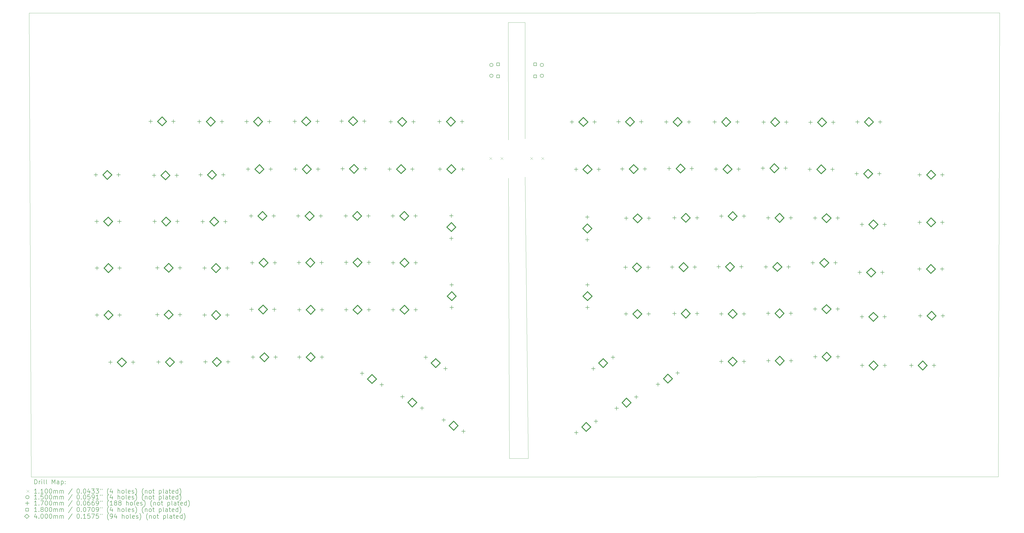
<source format=gbr>
%TF.GenerationSoftware,KiCad,Pcbnew,7.0.1-3b83917a11~172~ubuntu22.04.1*%
%TF.CreationDate,2023-03-22T13:00:20+01:00*%
%TF.ProjectId,Europe-ergo-smd,4575726f-7065-42d6-9572-676f2d736d64,rev?*%
%TF.SameCoordinates,Original*%
%TF.FileFunction,Drillmap*%
%TF.FilePolarity,Positive*%
%FSLAX45Y45*%
G04 Gerber Fmt 4.5, Leading zero omitted, Abs format (unit mm)*
G04 Created by KiCad (PCBNEW 7.0.1-3b83917a11~172~ubuntu22.04.1) date 2023-03-22 13:00:20*
%MOMM*%
%LPD*%
G01*
G04 APERTURE LIST*
%ADD10C,0.100000*%
%ADD11C,0.200000*%
%ADD12C,0.110000*%
%ADD13C,0.150000*%
%ADD14C,0.170000*%
%ADD15C,0.180000*%
%ADD16C,0.400000*%
G04 APERTURE END LIST*
D10*
X30857000Y-8388000D02*
X30850000Y-3125000D01*
X31607500Y-8340000D02*
X31605000Y-3125000D01*
X31345000Y-22685000D02*
X31745000Y-22685000D01*
X9400000Y-2700000D02*
X30850000Y-2700000D01*
X52800000Y-23500000D02*
X52855000Y-2690000D01*
X9490000Y-23510000D02*
X9400000Y-2700000D01*
X31345000Y-22685000D02*
X30900000Y-22685000D01*
X31605000Y-3125000D02*
X30850000Y-3125000D01*
X52855000Y-2690000D02*
X30850000Y-2700000D01*
X30990000Y-23510000D02*
X52800000Y-23500000D01*
X30857000Y-10108000D02*
X30900000Y-22685000D01*
X31607500Y-10060000D02*
X31745000Y-22685000D01*
X30990000Y-23510000D02*
X9490000Y-23510000D01*
D11*
D12*
X30012000Y-9168000D02*
X30122000Y-9278000D01*
X30122000Y-9168000D02*
X30012000Y-9278000D01*
X30512000Y-9168000D02*
X30622000Y-9278000D01*
X30622000Y-9168000D02*
X30512000Y-9278000D01*
X31842500Y-9170000D02*
X31952500Y-9280000D01*
X31952500Y-9170000D02*
X31842500Y-9280000D01*
X32342500Y-9170000D02*
X32452500Y-9280000D01*
X32452500Y-9170000D02*
X32342500Y-9280000D01*
D13*
X30172000Y-5030000D02*
G75*
G03*
X30172000Y-5030000I-75000J0D01*
G01*
X30172000Y-5515000D02*
G75*
G03*
X30172000Y-5515000I-75000J0D01*
G01*
X32433000Y-5030000D02*
G75*
G03*
X32433000Y-5030000I-75000J0D01*
G01*
X32433000Y-5515000D02*
G75*
G03*
X32433000Y-5515000I-75000J0D01*
G01*
D14*
X12388000Y-9875000D02*
X12388000Y-10045000D01*
X12303000Y-9960000D02*
X12473000Y-9960000D01*
X12424000Y-11965000D02*
X12424000Y-12135000D01*
X12339000Y-12050000D02*
X12509000Y-12050000D01*
X12438000Y-14055000D02*
X12438000Y-14225000D01*
X12353000Y-14140000D02*
X12523000Y-14140000D01*
X12438000Y-16163000D02*
X12438000Y-16333000D01*
X12353000Y-16248000D02*
X12523000Y-16248000D01*
X13038000Y-18283000D02*
X13038000Y-18453000D01*
X12953000Y-18368000D02*
X13123000Y-18368000D01*
X13404000Y-9875000D02*
X13404000Y-10045000D01*
X13319000Y-9960000D02*
X13489000Y-9960000D01*
X13440000Y-11965000D02*
X13440000Y-12135000D01*
X13355000Y-12050000D02*
X13525000Y-12050000D01*
X13454000Y-14055000D02*
X13454000Y-14225000D01*
X13369000Y-14140000D02*
X13539000Y-14140000D01*
X13454000Y-16163000D02*
X13454000Y-16333000D01*
X13369000Y-16248000D02*
X13539000Y-16248000D01*
X14054000Y-18283000D02*
X14054000Y-18453000D01*
X13969000Y-18368000D02*
X14139000Y-18368000D01*
X14838000Y-7475000D02*
X14838000Y-7645000D01*
X14753000Y-7560000D02*
X14923000Y-7560000D01*
X14992000Y-9895000D02*
X14992000Y-10065000D01*
X14907000Y-9980000D02*
X15077000Y-9980000D01*
X15022000Y-11965000D02*
X15022000Y-12135000D01*
X14937000Y-12050000D02*
X15107000Y-12050000D01*
X15134000Y-16143000D02*
X15134000Y-16313000D01*
X15049000Y-16228000D02*
X15219000Y-16228000D01*
X15135000Y-14045000D02*
X15135000Y-14215000D01*
X15050000Y-14130000D02*
X15220000Y-14130000D01*
X15192000Y-18273000D02*
X15192000Y-18443000D01*
X15107000Y-18358000D02*
X15277000Y-18358000D01*
X15854000Y-7475000D02*
X15854000Y-7645000D01*
X15769000Y-7560000D02*
X15939000Y-7560000D01*
X16008000Y-9895000D02*
X16008000Y-10065000D01*
X15923000Y-9980000D02*
X16093000Y-9980000D01*
X16038000Y-11965000D02*
X16038000Y-12135000D01*
X15953000Y-12050000D02*
X16123000Y-12050000D01*
X16150000Y-16143000D02*
X16150000Y-16313000D01*
X16065000Y-16228000D02*
X16235000Y-16228000D01*
X16151000Y-14045000D02*
X16151000Y-14215000D01*
X16066000Y-14130000D02*
X16236000Y-14130000D01*
X16208000Y-18273000D02*
X16208000Y-18443000D01*
X16123000Y-18358000D02*
X16293000Y-18358000D01*
X17018000Y-7485000D02*
X17018000Y-7655000D01*
X16933000Y-7570000D02*
X17103000Y-7570000D01*
X17073000Y-9869000D02*
X17073000Y-10039000D01*
X16988000Y-9954000D02*
X17158000Y-9954000D01*
X17173000Y-11969000D02*
X17173000Y-12139000D01*
X17088000Y-12054000D02*
X17258000Y-12054000D01*
X17253000Y-14055000D02*
X17253000Y-14225000D01*
X17168000Y-14140000D02*
X17338000Y-14140000D01*
X17258000Y-16163000D02*
X17258000Y-16333000D01*
X17173000Y-16248000D02*
X17343000Y-16248000D01*
X17292000Y-18265000D02*
X17292000Y-18435000D01*
X17207000Y-18350000D02*
X17377000Y-18350000D01*
X18034000Y-7485000D02*
X18034000Y-7655000D01*
X17949000Y-7570000D02*
X18119000Y-7570000D01*
X18089000Y-9869000D02*
X18089000Y-10039000D01*
X18004000Y-9954000D02*
X18174000Y-9954000D01*
X18189000Y-11969000D02*
X18189000Y-12139000D01*
X18104000Y-12054000D02*
X18274000Y-12054000D01*
X18269000Y-14055000D02*
X18269000Y-14225000D01*
X18184000Y-14140000D02*
X18354000Y-14140000D01*
X18274000Y-16163000D02*
X18274000Y-16333000D01*
X18189000Y-16248000D02*
X18359000Y-16248000D01*
X18308000Y-18265000D02*
X18308000Y-18435000D01*
X18223000Y-18350000D02*
X18393000Y-18350000D01*
X19138000Y-7485000D02*
X19138000Y-7655000D01*
X19053000Y-7570000D02*
X19223000Y-7570000D01*
X19200000Y-9615000D02*
X19200000Y-9785000D01*
X19115000Y-9700000D02*
X19285000Y-9700000D01*
X19334000Y-11715000D02*
X19334000Y-11885000D01*
X19249000Y-11800000D02*
X19419000Y-11800000D01*
X19358000Y-15913000D02*
X19358000Y-16083000D01*
X19273000Y-15998000D02*
X19443000Y-15998000D01*
X19384000Y-13815000D02*
X19384000Y-13985000D01*
X19299000Y-13900000D02*
X19469000Y-13900000D01*
X19420000Y-18055000D02*
X19420000Y-18225000D01*
X19335000Y-18140000D02*
X19505000Y-18140000D01*
X20154000Y-7485000D02*
X20154000Y-7655000D01*
X20069000Y-7570000D02*
X20239000Y-7570000D01*
X20216000Y-9615000D02*
X20216000Y-9785000D01*
X20131000Y-9700000D02*
X20301000Y-9700000D01*
X20350000Y-11715000D02*
X20350000Y-11885000D01*
X20265000Y-11800000D02*
X20435000Y-11800000D01*
X20374000Y-15913000D02*
X20374000Y-16083000D01*
X20289000Y-15998000D02*
X20459000Y-15998000D01*
X20400000Y-13815000D02*
X20400000Y-13985000D01*
X20315000Y-13900000D02*
X20485000Y-13900000D01*
X20436000Y-18055000D02*
X20436000Y-18225000D01*
X20351000Y-18140000D02*
X20521000Y-18140000D01*
X21292000Y-7475000D02*
X21292000Y-7645000D01*
X21207000Y-7560000D02*
X21377000Y-7560000D01*
X21322000Y-9619000D02*
X21322000Y-9789000D01*
X21237000Y-9704000D02*
X21407000Y-9704000D01*
X21446000Y-11719000D02*
X21446000Y-11889000D01*
X21361000Y-11804000D02*
X21531000Y-11804000D01*
X21476000Y-13809000D02*
X21476000Y-13979000D01*
X21391000Y-13894000D02*
X21561000Y-13894000D01*
X21492000Y-15927000D02*
X21492000Y-16097000D01*
X21407000Y-16012000D02*
X21577000Y-16012000D01*
X21492000Y-18049000D02*
X21492000Y-18219000D01*
X21407000Y-18134000D02*
X21577000Y-18134000D01*
X22308000Y-7475000D02*
X22308000Y-7645000D01*
X22223000Y-7560000D02*
X22393000Y-7560000D01*
X22338000Y-9619000D02*
X22338000Y-9789000D01*
X22253000Y-9704000D02*
X22423000Y-9704000D01*
X22462000Y-11719000D02*
X22462000Y-11889000D01*
X22377000Y-11804000D02*
X22547000Y-11804000D01*
X22492000Y-13809000D02*
X22492000Y-13979000D01*
X22407000Y-13894000D02*
X22577000Y-13894000D01*
X22508000Y-15927000D02*
X22508000Y-16097000D01*
X22423000Y-16012000D02*
X22593000Y-16012000D01*
X22508000Y-18049000D02*
X22508000Y-18219000D01*
X22423000Y-18134000D02*
X22593000Y-18134000D01*
X23392000Y-7465000D02*
X23392000Y-7635000D01*
X23307000Y-7550000D02*
X23477000Y-7550000D01*
X23432000Y-9605000D02*
X23432000Y-9775000D01*
X23347000Y-9690000D02*
X23517000Y-9690000D01*
X23576000Y-11715000D02*
X23576000Y-11885000D01*
X23491000Y-11800000D02*
X23661000Y-11800000D01*
X23592000Y-15923000D02*
X23592000Y-16093000D01*
X23507000Y-16008000D02*
X23677000Y-16008000D01*
X23594000Y-13805000D02*
X23594000Y-13975000D01*
X23509000Y-13890000D02*
X23679000Y-13890000D01*
X24306059Y-18778001D02*
X24306059Y-18948001D01*
X24221059Y-18863001D02*
X24391059Y-18863001D01*
X24408000Y-7465000D02*
X24408000Y-7635000D01*
X24323000Y-7550000D02*
X24493000Y-7550000D01*
X24448000Y-9605000D02*
X24448000Y-9775000D01*
X24363000Y-9690000D02*
X24533000Y-9690000D01*
X24592000Y-11715000D02*
X24592000Y-11885000D01*
X24507000Y-11800000D02*
X24677000Y-11800000D01*
X24608000Y-15923000D02*
X24608000Y-16093000D01*
X24523000Y-16008000D02*
X24693000Y-16008000D01*
X24610000Y-13805000D02*
X24610000Y-13975000D01*
X24525000Y-13890000D02*
X24695000Y-13890000D01*
X25185940Y-19286001D02*
X25185940Y-19456001D01*
X25100940Y-19371001D02*
X25270940Y-19371001D01*
X25542000Y-9615000D02*
X25542000Y-9785000D01*
X25457000Y-9700000D02*
X25627000Y-9700000D01*
X25592000Y-7495000D02*
X25592000Y-7665000D01*
X25507000Y-7580000D02*
X25677000Y-7580000D01*
X25684000Y-11715000D02*
X25684000Y-11885000D01*
X25599000Y-11800000D02*
X25769000Y-11800000D01*
X25692000Y-13815000D02*
X25692000Y-13985000D01*
X25607000Y-13900000D02*
X25777000Y-13900000D01*
X25692000Y-15923000D02*
X25692000Y-16093000D01*
X25607000Y-16008000D02*
X25777000Y-16008000D01*
X26114059Y-19833001D02*
X26114059Y-20003001D01*
X26029059Y-19918001D02*
X26199059Y-19918001D01*
X26558000Y-9615000D02*
X26558000Y-9785000D01*
X26473000Y-9700000D02*
X26643000Y-9700000D01*
X26608000Y-7495000D02*
X26608000Y-7665000D01*
X26523000Y-7580000D02*
X26693000Y-7580000D01*
X26700000Y-11715000D02*
X26700000Y-11885000D01*
X26615000Y-11800000D02*
X26785000Y-11800000D01*
X26708000Y-13815000D02*
X26708000Y-13985000D01*
X26623000Y-13900000D02*
X26793000Y-13900000D01*
X26708000Y-15923000D02*
X26708000Y-16093000D01*
X26623000Y-16008000D02*
X26793000Y-16008000D01*
X26993940Y-20341001D02*
X26993940Y-20511001D01*
X26908940Y-20426001D02*
X27078940Y-20426001D01*
X27160059Y-18061001D02*
X27160059Y-18231001D01*
X27075059Y-18146001D02*
X27245059Y-18146001D01*
X27772000Y-7485000D02*
X27772000Y-7655000D01*
X27687000Y-7570000D02*
X27857000Y-7570000D01*
X27792000Y-9615000D02*
X27792000Y-9785000D01*
X27707000Y-9700000D02*
X27877000Y-9700000D01*
X27963019Y-20871471D02*
X27963019Y-21041471D01*
X27878019Y-20956471D02*
X28048019Y-20956471D01*
X28039940Y-18569001D02*
X28039940Y-18739001D01*
X27954940Y-18654001D02*
X28124940Y-18654001D01*
X28300000Y-11707000D02*
X28300000Y-11877000D01*
X28215000Y-11792000D02*
X28385000Y-11792000D01*
X28300000Y-12723000D02*
X28300000Y-12893000D01*
X28215000Y-12808000D02*
X28385000Y-12808000D01*
X28318000Y-14807000D02*
X28318000Y-14977000D01*
X28233000Y-14892000D02*
X28403000Y-14892000D01*
X28318000Y-15823000D02*
X28318000Y-15993000D01*
X28233000Y-15908000D02*
X28403000Y-15908000D01*
X28788000Y-7485000D02*
X28788000Y-7655000D01*
X28703000Y-7570000D02*
X28873000Y-7570000D01*
X28808000Y-9615000D02*
X28808000Y-9785000D01*
X28723000Y-9700000D02*
X28893000Y-9700000D01*
X28842900Y-21379471D02*
X28842900Y-21549471D01*
X28757900Y-21464471D02*
X28927900Y-21464471D01*
X33705000Y-7499000D02*
X33705000Y-7669000D01*
X33620000Y-7584000D02*
X33790000Y-7584000D01*
X33892000Y-9623000D02*
X33892000Y-9793000D01*
X33807000Y-9708000D02*
X33977000Y-9708000D01*
X33901059Y-21435001D02*
X33901059Y-21605001D01*
X33816059Y-21520001D02*
X33986059Y-21520001D01*
X34390000Y-11769000D02*
X34390000Y-11939000D01*
X34305000Y-11854000D02*
X34475000Y-11854000D01*
X34390000Y-12785000D02*
X34390000Y-12955000D01*
X34305000Y-12870000D02*
X34475000Y-12870000D01*
X34400000Y-14807000D02*
X34400000Y-14977000D01*
X34315000Y-14892000D02*
X34485000Y-14892000D01*
X34400000Y-15823000D02*
X34400000Y-15993000D01*
X34315000Y-15908000D02*
X34485000Y-15908000D01*
X34660059Y-18569001D02*
X34660059Y-18739001D01*
X34575059Y-18654001D02*
X34745059Y-18654001D01*
X34721000Y-7499000D02*
X34721000Y-7669000D01*
X34636000Y-7584000D02*
X34806000Y-7584000D01*
X34780941Y-20927001D02*
X34780941Y-21097001D01*
X34695941Y-21012001D02*
X34865941Y-21012001D01*
X34908000Y-9623000D02*
X34908000Y-9793000D01*
X34823000Y-9708000D02*
X34993000Y-9708000D01*
X35539941Y-18061001D02*
X35539941Y-18231001D01*
X35454941Y-18146001D02*
X35624941Y-18146001D01*
X35707059Y-20345001D02*
X35707059Y-20515001D01*
X35622059Y-20430001D02*
X35792059Y-20430001D01*
X35792000Y-7489000D02*
X35792000Y-7659000D01*
X35707000Y-7574000D02*
X35877000Y-7574000D01*
X35959000Y-9613000D02*
X35959000Y-9783000D01*
X35874000Y-9698000D02*
X36044000Y-9698000D01*
X36105000Y-14023000D02*
X36105000Y-14193000D01*
X36020000Y-14108000D02*
X36190000Y-14108000D01*
X36125000Y-16115000D02*
X36125000Y-16285000D01*
X36040000Y-16200000D02*
X36210000Y-16200000D01*
X36135000Y-11823000D02*
X36135000Y-11993000D01*
X36050000Y-11908000D02*
X36220000Y-11908000D01*
X36586941Y-19837001D02*
X36586941Y-20007001D01*
X36501941Y-19922001D02*
X36671941Y-19922001D01*
X36808000Y-7489000D02*
X36808000Y-7659000D01*
X36723000Y-7574000D02*
X36893000Y-7574000D01*
X36975000Y-9613000D02*
X36975000Y-9783000D01*
X36890000Y-9698000D02*
X37060000Y-9698000D01*
X37121000Y-14023000D02*
X37121000Y-14193000D01*
X37036000Y-14108000D02*
X37206000Y-14108000D01*
X37141000Y-16115000D02*
X37141000Y-16285000D01*
X37056000Y-16200000D02*
X37226000Y-16200000D01*
X37151000Y-11823000D02*
X37151000Y-11993000D01*
X37066000Y-11908000D02*
X37236000Y-11908000D01*
X37560059Y-19269001D02*
X37560059Y-19439001D01*
X37475059Y-19354001D02*
X37645059Y-19354001D01*
X37926000Y-7499000D02*
X37926000Y-7669000D01*
X37841000Y-7584000D02*
X38011000Y-7584000D01*
X38059000Y-9589000D02*
X38059000Y-9759000D01*
X37974000Y-9674000D02*
X38144000Y-9674000D01*
X38192000Y-14013000D02*
X38192000Y-14183000D01*
X38107000Y-14098000D02*
X38277000Y-14098000D01*
X38292000Y-11799000D02*
X38292000Y-11969000D01*
X38207000Y-11884000D02*
X38377000Y-11884000D01*
X38292000Y-16095000D02*
X38292000Y-16265000D01*
X38207000Y-16180000D02*
X38377000Y-16180000D01*
X38439941Y-18761001D02*
X38439941Y-18931001D01*
X38354941Y-18846001D02*
X38524941Y-18846001D01*
X38942000Y-7499000D02*
X38942000Y-7669000D01*
X38857000Y-7584000D02*
X39027000Y-7584000D01*
X39075000Y-9589000D02*
X39075000Y-9759000D01*
X38990000Y-9674000D02*
X39160000Y-9674000D01*
X39208000Y-14013000D02*
X39208000Y-14183000D01*
X39123000Y-14098000D02*
X39293000Y-14098000D01*
X39308000Y-11799000D02*
X39308000Y-11969000D01*
X39223000Y-11884000D02*
X39393000Y-11884000D01*
X39308000Y-16095000D02*
X39308000Y-16265000D01*
X39223000Y-16180000D02*
X39393000Y-16180000D01*
X40100000Y-7501000D02*
X40100000Y-7671000D01*
X40015000Y-7586000D02*
X40185000Y-7586000D01*
X40159000Y-9615000D02*
X40159000Y-9785000D01*
X40074000Y-9700000D02*
X40244000Y-9700000D01*
X40273000Y-13999000D02*
X40273000Y-14169000D01*
X40188000Y-14084000D02*
X40358000Y-14084000D01*
X40392000Y-11725000D02*
X40392000Y-11895000D01*
X40307000Y-11810000D02*
X40477000Y-11810000D01*
X40392000Y-16111000D02*
X40392000Y-16281000D01*
X40307000Y-16196000D02*
X40477000Y-16196000D01*
X40392000Y-18249000D02*
X40392000Y-18419000D01*
X40307000Y-18334000D02*
X40477000Y-18334000D01*
X41116000Y-7501000D02*
X41116000Y-7671000D01*
X41031000Y-7586000D02*
X41201000Y-7586000D01*
X41175000Y-9615000D02*
X41175000Y-9785000D01*
X41090000Y-9700000D02*
X41260000Y-9700000D01*
X41289000Y-13999000D02*
X41289000Y-14169000D01*
X41204000Y-14084000D02*
X41374000Y-14084000D01*
X41408000Y-11725000D02*
X41408000Y-11895000D01*
X41323000Y-11810000D02*
X41493000Y-11810000D01*
X41408000Y-16111000D02*
X41408000Y-16281000D01*
X41323000Y-16196000D02*
X41493000Y-16196000D01*
X41408000Y-18249000D02*
X41408000Y-18419000D01*
X41323000Y-18334000D02*
X41493000Y-18334000D01*
X42259000Y-9576000D02*
X42259000Y-9746000D01*
X42174000Y-9661000D02*
X42344000Y-9661000D01*
X42292000Y-7509000D02*
X42292000Y-7679000D01*
X42207000Y-7594000D02*
X42377000Y-7594000D01*
X42392000Y-14003000D02*
X42392000Y-14173000D01*
X42307000Y-14088000D02*
X42477000Y-14088000D01*
X42492000Y-11803000D02*
X42492000Y-11973000D01*
X42407000Y-11888000D02*
X42577000Y-11888000D01*
X42492000Y-16087000D02*
X42492000Y-16257000D01*
X42407000Y-16172000D02*
X42577000Y-16172000D01*
X42499000Y-18213000D02*
X42499000Y-18383000D01*
X42414000Y-18298000D02*
X42584000Y-18298000D01*
X43275000Y-9576000D02*
X43275000Y-9746000D01*
X43190000Y-9661000D02*
X43360000Y-9661000D01*
X43308000Y-7509000D02*
X43308000Y-7679000D01*
X43223000Y-7594000D02*
X43393000Y-7594000D01*
X43408000Y-14003000D02*
X43408000Y-14173000D01*
X43323000Y-14088000D02*
X43493000Y-14088000D01*
X43508000Y-11803000D02*
X43508000Y-11973000D01*
X43423000Y-11888000D02*
X43593000Y-11888000D01*
X43508000Y-16087000D02*
X43508000Y-16257000D01*
X43423000Y-16172000D02*
X43593000Y-16172000D01*
X43515000Y-18213000D02*
X43515000Y-18383000D01*
X43430000Y-18298000D02*
X43600000Y-18298000D01*
X44359000Y-9623000D02*
X44359000Y-9793000D01*
X44274000Y-9708000D02*
X44444000Y-9708000D01*
X44392000Y-7515000D02*
X44392000Y-7685000D01*
X44307000Y-7600000D02*
X44477000Y-7600000D01*
X44492000Y-13819000D02*
X44492000Y-13989000D01*
X44407000Y-13904000D02*
X44577000Y-13904000D01*
X44592000Y-11813000D02*
X44592000Y-11983000D01*
X44507000Y-11898000D02*
X44677000Y-11898000D01*
X44592000Y-15895000D02*
X44592000Y-16065000D01*
X44507000Y-15980000D02*
X44677000Y-15980000D01*
X44599000Y-18033000D02*
X44599000Y-18203000D01*
X44514000Y-18118000D02*
X44684000Y-18118000D01*
X45375000Y-9623000D02*
X45375000Y-9793000D01*
X45290000Y-9708000D02*
X45460000Y-9708000D01*
X45408000Y-7515000D02*
X45408000Y-7685000D01*
X45323000Y-7600000D02*
X45493000Y-7600000D01*
X45508000Y-13819000D02*
X45508000Y-13989000D01*
X45423000Y-13904000D02*
X45593000Y-13904000D01*
X45608000Y-11813000D02*
X45608000Y-11983000D01*
X45523000Y-11898000D02*
X45693000Y-11898000D01*
X45608000Y-15895000D02*
X45608000Y-16065000D01*
X45523000Y-15980000D02*
X45693000Y-15980000D01*
X45615000Y-18033000D02*
X45615000Y-18203000D01*
X45530000Y-18118000D02*
X45700000Y-18118000D01*
X46459000Y-9823000D02*
X46459000Y-9993000D01*
X46374000Y-9908000D02*
X46544000Y-9908000D01*
X46492000Y-7499000D02*
X46492000Y-7669000D01*
X46407000Y-7584000D02*
X46577000Y-7584000D01*
X46592000Y-14253000D02*
X46592000Y-14423000D01*
X46507000Y-14338000D02*
X46677000Y-14338000D01*
X46692000Y-12099000D02*
X46692000Y-12269000D01*
X46607000Y-12184000D02*
X46777000Y-12184000D01*
X46692000Y-16241000D02*
X46692000Y-16411000D01*
X46607000Y-16326000D02*
X46777000Y-16326000D01*
X46699000Y-18423000D02*
X46699000Y-18593000D01*
X46614000Y-18508000D02*
X46784000Y-18508000D01*
X47475000Y-9823000D02*
X47475000Y-9993000D01*
X47390000Y-9908000D02*
X47560000Y-9908000D01*
X47508000Y-7499000D02*
X47508000Y-7669000D01*
X47423000Y-7584000D02*
X47593000Y-7584000D01*
X47608000Y-14253000D02*
X47608000Y-14423000D01*
X47523000Y-14338000D02*
X47693000Y-14338000D01*
X47708000Y-12099000D02*
X47708000Y-12269000D01*
X47623000Y-12184000D02*
X47793000Y-12184000D01*
X47708000Y-16241000D02*
X47708000Y-16411000D01*
X47623000Y-16326000D02*
X47793000Y-16326000D01*
X47715000Y-18423000D02*
X47715000Y-18593000D01*
X47630000Y-18508000D02*
X47800000Y-18508000D01*
X48899000Y-18423000D02*
X48899000Y-18593000D01*
X48814000Y-18508000D02*
X48984000Y-18508000D01*
X49267500Y-14095000D02*
X49267500Y-14265000D01*
X49182500Y-14180000D02*
X49352500Y-14180000D01*
X49277500Y-9869000D02*
X49277500Y-10039000D01*
X49192500Y-9954000D02*
X49362500Y-9954000D01*
X49277500Y-12003000D02*
X49277500Y-12173000D01*
X49192500Y-12088000D02*
X49362500Y-12088000D01*
X49297500Y-16195000D02*
X49297500Y-16365000D01*
X49212500Y-16280000D02*
X49382500Y-16280000D01*
X49915000Y-18423000D02*
X49915000Y-18593000D01*
X49830000Y-18508000D02*
X50000000Y-18508000D01*
X50283500Y-14095000D02*
X50283500Y-14265000D01*
X50198500Y-14180000D02*
X50368500Y-14180000D01*
X50293500Y-9869000D02*
X50293500Y-10039000D01*
X50208500Y-9954000D02*
X50378500Y-9954000D01*
X50293500Y-12003000D02*
X50293500Y-12173000D01*
X50208500Y-12088000D02*
X50378500Y-12088000D01*
X50313500Y-16195000D02*
X50313500Y-16365000D01*
X50228500Y-16280000D02*
X50398500Y-16280000D01*
D15*
X30463640Y-5063640D02*
X30463640Y-4936360D01*
X30336360Y-4936360D01*
X30336360Y-5063640D01*
X30463640Y-5063640D01*
X30463640Y-5608640D02*
X30463640Y-5481360D01*
X30336360Y-5481360D01*
X30336360Y-5608640D01*
X30463640Y-5608640D01*
X32118640Y-5063640D02*
X32118640Y-4936360D01*
X31991360Y-4936360D01*
X31991360Y-5063640D01*
X32118640Y-5063640D01*
X32118640Y-5608640D02*
X32118640Y-5481360D01*
X31991360Y-5481360D01*
X31991360Y-5608640D01*
X32118640Y-5608640D01*
D16*
X12896000Y-10160000D02*
X13096000Y-9960000D01*
X12896000Y-9760000D01*
X12696000Y-9960000D01*
X12896000Y-10160000D01*
X12932000Y-12250000D02*
X13132000Y-12050000D01*
X12932000Y-11850000D01*
X12732000Y-12050000D01*
X12932000Y-12250000D01*
X12946000Y-14340000D02*
X13146000Y-14140000D01*
X12946000Y-13940000D01*
X12746000Y-14140000D01*
X12946000Y-14340000D01*
X12946000Y-16448000D02*
X13146000Y-16248000D01*
X12946000Y-16048000D01*
X12746000Y-16248000D01*
X12946000Y-16448000D01*
X13546000Y-18568000D02*
X13746000Y-18368000D01*
X13546000Y-18168000D01*
X13346000Y-18368000D01*
X13546000Y-18568000D01*
X15346000Y-7760000D02*
X15546000Y-7560000D01*
X15346000Y-7360000D01*
X15146000Y-7560000D01*
X15346000Y-7760000D01*
X15500000Y-10180000D02*
X15700000Y-9980000D01*
X15500000Y-9780000D01*
X15300000Y-9980000D01*
X15500000Y-10180000D01*
X15530000Y-12250000D02*
X15730000Y-12050000D01*
X15530000Y-11850000D01*
X15330000Y-12050000D01*
X15530000Y-12250000D01*
X15642000Y-16428000D02*
X15842000Y-16228000D01*
X15642000Y-16028000D01*
X15442000Y-16228000D01*
X15642000Y-16428000D01*
X15643000Y-14330000D02*
X15843000Y-14130000D01*
X15643000Y-13930000D01*
X15443000Y-14130000D01*
X15643000Y-14330000D01*
X15700000Y-18558000D02*
X15900000Y-18358000D01*
X15700000Y-18158000D01*
X15500000Y-18358000D01*
X15700000Y-18558000D01*
X17526000Y-7770000D02*
X17726000Y-7570000D01*
X17526000Y-7370000D01*
X17326000Y-7570000D01*
X17526000Y-7770000D01*
X17581000Y-10154000D02*
X17781000Y-9954000D01*
X17581000Y-9754000D01*
X17381000Y-9954000D01*
X17581000Y-10154000D01*
X17681000Y-12254000D02*
X17881000Y-12054000D01*
X17681000Y-11854000D01*
X17481000Y-12054000D01*
X17681000Y-12254000D01*
X17761000Y-14340000D02*
X17961000Y-14140000D01*
X17761000Y-13940000D01*
X17561000Y-14140000D01*
X17761000Y-14340000D01*
X17766000Y-16448000D02*
X17966000Y-16248000D01*
X17766000Y-16048000D01*
X17566000Y-16248000D01*
X17766000Y-16448000D01*
X17800000Y-18550000D02*
X18000000Y-18350000D01*
X17800000Y-18150000D01*
X17600000Y-18350000D01*
X17800000Y-18550000D01*
X19646000Y-7770000D02*
X19846000Y-7570000D01*
X19646000Y-7370000D01*
X19446000Y-7570000D01*
X19646000Y-7770000D01*
X19708000Y-9900000D02*
X19908000Y-9700000D01*
X19708000Y-9500000D01*
X19508000Y-9700000D01*
X19708000Y-9900000D01*
X19842000Y-12000000D02*
X20042000Y-11800000D01*
X19842000Y-11600000D01*
X19642000Y-11800000D01*
X19842000Y-12000000D01*
X19866000Y-16198000D02*
X20066000Y-15998000D01*
X19866000Y-15798000D01*
X19666000Y-15998000D01*
X19866000Y-16198000D01*
X19892000Y-14100000D02*
X20092000Y-13900000D01*
X19892000Y-13700000D01*
X19692000Y-13900000D01*
X19892000Y-14100000D01*
X19928000Y-18340000D02*
X20128000Y-18140000D01*
X19928000Y-17940000D01*
X19728000Y-18140000D01*
X19928000Y-18340000D01*
X21800000Y-7760000D02*
X22000000Y-7560000D01*
X21800000Y-7360000D01*
X21600000Y-7560000D01*
X21800000Y-7760000D01*
X21830000Y-9904000D02*
X22030000Y-9704000D01*
X21830000Y-9504000D01*
X21630000Y-9704000D01*
X21830000Y-9904000D01*
X21954000Y-12004000D02*
X22154000Y-11804000D01*
X21954000Y-11604000D01*
X21754000Y-11804000D01*
X21954000Y-12004000D01*
X21984000Y-14094000D02*
X22184000Y-13894000D01*
X21984000Y-13694000D01*
X21784000Y-13894000D01*
X21984000Y-14094000D01*
X22000000Y-16212000D02*
X22200000Y-16012000D01*
X22000000Y-15812000D01*
X21800000Y-16012000D01*
X22000000Y-16212000D01*
X22000000Y-18334000D02*
X22200000Y-18134000D01*
X22000000Y-17934000D01*
X21800000Y-18134000D01*
X22000000Y-18334000D01*
X23900000Y-7750000D02*
X24100000Y-7550000D01*
X23900000Y-7350000D01*
X23700000Y-7550000D01*
X23900000Y-7750000D01*
X23940000Y-9890000D02*
X24140000Y-9690000D01*
X23940000Y-9490000D01*
X23740000Y-9690000D01*
X23940000Y-9890000D01*
X24084000Y-12000000D02*
X24284000Y-11800000D01*
X24084000Y-11600000D01*
X23884000Y-11800000D01*
X24084000Y-12000000D01*
X24100000Y-16208000D02*
X24300000Y-16008000D01*
X24100000Y-15808000D01*
X23900000Y-16008000D01*
X24100000Y-16208000D01*
X24102000Y-14090000D02*
X24302000Y-13890000D01*
X24102000Y-13690000D01*
X23902000Y-13890000D01*
X24102000Y-14090000D01*
X24745999Y-19317001D02*
X24945999Y-19117001D01*
X24745999Y-18917001D01*
X24545999Y-19117001D01*
X24745999Y-19317001D01*
X26050000Y-9900000D02*
X26250000Y-9700000D01*
X26050000Y-9500000D01*
X25850000Y-9700000D01*
X26050000Y-9900000D01*
X26100000Y-7780000D02*
X26300000Y-7580000D01*
X26100000Y-7380000D01*
X25900000Y-7580000D01*
X26100000Y-7780000D01*
X26192000Y-12000000D02*
X26392000Y-11800000D01*
X26192000Y-11600000D01*
X25992000Y-11800000D01*
X26192000Y-12000000D01*
X26200000Y-14100000D02*
X26400000Y-13900000D01*
X26200000Y-13700000D01*
X26000000Y-13900000D01*
X26200000Y-14100000D01*
X26200000Y-16208000D02*
X26400000Y-16008000D01*
X26200000Y-15808000D01*
X26000000Y-16008000D01*
X26200000Y-16208000D01*
X26553999Y-20372001D02*
X26753999Y-20172001D01*
X26553999Y-19972001D01*
X26353999Y-20172001D01*
X26553999Y-20372001D01*
X27599999Y-18600001D02*
X27799999Y-18400001D01*
X27599999Y-18200001D01*
X27399999Y-18400001D01*
X27599999Y-18600001D01*
X28280000Y-7770000D02*
X28480000Y-7570000D01*
X28280000Y-7370000D01*
X28080000Y-7570000D01*
X28280000Y-7770000D01*
X28300000Y-9900000D02*
X28500000Y-9700000D01*
X28300000Y-9500000D01*
X28100000Y-9700000D01*
X28300000Y-9900000D01*
X28300000Y-12500000D02*
X28500000Y-12300000D01*
X28300000Y-12100000D01*
X28100000Y-12300000D01*
X28300000Y-12500000D01*
X28318000Y-15600000D02*
X28518000Y-15400000D01*
X28318000Y-15200000D01*
X28118000Y-15400000D01*
X28318000Y-15600000D01*
X28402959Y-21410471D02*
X28602959Y-21210471D01*
X28402959Y-21010471D01*
X28202959Y-21210471D01*
X28402959Y-21410471D01*
X34213000Y-7784000D02*
X34413000Y-7584000D01*
X34213000Y-7384000D01*
X34013000Y-7584000D01*
X34213000Y-7784000D01*
X34341000Y-21466001D02*
X34541000Y-21266001D01*
X34341000Y-21066001D01*
X34141000Y-21266001D01*
X34341000Y-21466001D01*
X34390000Y-12562000D02*
X34590000Y-12362000D01*
X34390000Y-12162000D01*
X34190000Y-12362000D01*
X34390000Y-12562000D01*
X34400000Y-9908000D02*
X34600000Y-9708000D01*
X34400000Y-9508000D01*
X34200000Y-9708000D01*
X34400000Y-9908000D01*
X34400000Y-15600000D02*
X34600000Y-15400000D01*
X34400000Y-15200000D01*
X34200000Y-15400000D01*
X34400000Y-15600000D01*
X35100000Y-18600001D02*
X35300000Y-18400001D01*
X35100000Y-18200001D01*
X34900000Y-18400001D01*
X35100000Y-18600001D01*
X36147000Y-20376001D02*
X36347000Y-20176001D01*
X36147000Y-19976001D01*
X35947000Y-20176001D01*
X36147000Y-20376001D01*
X36300000Y-7774000D02*
X36500000Y-7574000D01*
X36300000Y-7374000D01*
X36100000Y-7574000D01*
X36300000Y-7774000D01*
X36467000Y-9898000D02*
X36667000Y-9698000D01*
X36467000Y-9498000D01*
X36267000Y-9698000D01*
X36467000Y-9898000D01*
X36613000Y-14308000D02*
X36813000Y-14108000D01*
X36613000Y-13908000D01*
X36413000Y-14108000D01*
X36613000Y-14308000D01*
X36633000Y-16400000D02*
X36833000Y-16200000D01*
X36633000Y-16000000D01*
X36433000Y-16200000D01*
X36633000Y-16400000D01*
X36643000Y-12108000D02*
X36843000Y-11908000D01*
X36643000Y-11708000D01*
X36443000Y-11908000D01*
X36643000Y-12108000D01*
X38000000Y-19300001D02*
X38200000Y-19100001D01*
X38000000Y-18900001D01*
X37800000Y-19100001D01*
X38000000Y-19300001D01*
X38434000Y-7784000D02*
X38634000Y-7584000D01*
X38434000Y-7384000D01*
X38234000Y-7584000D01*
X38434000Y-7784000D01*
X38567000Y-9874000D02*
X38767000Y-9674000D01*
X38567000Y-9474000D01*
X38367000Y-9674000D01*
X38567000Y-9874000D01*
X38700000Y-14298000D02*
X38900000Y-14098000D01*
X38700000Y-13898000D01*
X38500000Y-14098000D01*
X38700000Y-14298000D01*
X38800000Y-12084000D02*
X39000000Y-11884000D01*
X38800000Y-11684000D01*
X38600000Y-11884000D01*
X38800000Y-12084000D01*
X38800000Y-16380000D02*
X39000000Y-16180000D01*
X38800000Y-15980000D01*
X38600000Y-16180000D01*
X38800000Y-16380000D01*
X40608000Y-7786000D02*
X40808000Y-7586000D01*
X40608000Y-7386000D01*
X40408000Y-7586000D01*
X40608000Y-7786000D01*
X40667000Y-9900000D02*
X40867000Y-9700000D01*
X40667000Y-9500000D01*
X40467000Y-9700000D01*
X40667000Y-9900000D01*
X40781000Y-14284000D02*
X40981000Y-14084000D01*
X40781000Y-13884000D01*
X40581000Y-14084000D01*
X40781000Y-14284000D01*
X40900000Y-12010000D02*
X41100000Y-11810000D01*
X40900000Y-11610000D01*
X40700000Y-11810000D01*
X40900000Y-12010000D01*
X40900000Y-16396000D02*
X41100000Y-16196000D01*
X40900000Y-15996000D01*
X40700000Y-16196000D01*
X40900000Y-16396000D01*
X40900000Y-18534000D02*
X41100000Y-18334000D01*
X40900000Y-18134000D01*
X40700000Y-18334000D01*
X40900000Y-18534000D01*
X42767000Y-9861000D02*
X42967000Y-9661000D01*
X42767000Y-9461000D01*
X42567000Y-9661000D01*
X42767000Y-9861000D01*
X42800000Y-7794000D02*
X43000000Y-7594000D01*
X42800000Y-7394000D01*
X42600000Y-7594000D01*
X42800000Y-7794000D01*
X42900000Y-14288000D02*
X43100000Y-14088000D01*
X42900000Y-13888000D01*
X42700000Y-14088000D01*
X42900000Y-14288000D01*
X43000000Y-12088000D02*
X43200000Y-11888000D01*
X43000000Y-11688000D01*
X42800000Y-11888000D01*
X43000000Y-12088000D01*
X43000000Y-16372000D02*
X43200000Y-16172000D01*
X43000000Y-15972000D01*
X42800000Y-16172000D01*
X43000000Y-16372000D01*
X43007000Y-18498000D02*
X43207000Y-18298000D01*
X43007000Y-18098000D01*
X42807000Y-18298000D01*
X43007000Y-18498000D01*
X44867000Y-9908000D02*
X45067000Y-9708000D01*
X44867000Y-9508000D01*
X44667000Y-9708000D01*
X44867000Y-9908000D01*
X44900000Y-7800000D02*
X45100000Y-7600000D01*
X44900000Y-7400000D01*
X44700000Y-7600000D01*
X44900000Y-7800000D01*
X45000000Y-14104000D02*
X45200000Y-13904000D01*
X45000000Y-13704000D01*
X44800000Y-13904000D01*
X45000000Y-14104000D01*
X45100000Y-12098000D02*
X45300000Y-11898000D01*
X45100000Y-11698000D01*
X44900000Y-11898000D01*
X45100000Y-12098000D01*
X45100000Y-16180000D02*
X45300000Y-15980000D01*
X45100000Y-15780000D01*
X44900000Y-15980000D01*
X45100000Y-16180000D01*
X45107000Y-18318000D02*
X45307000Y-18118000D01*
X45107000Y-17918000D01*
X44907000Y-18118000D01*
X45107000Y-18318000D01*
X46967000Y-10108000D02*
X47167000Y-9908000D01*
X46967000Y-9708000D01*
X46767000Y-9908000D01*
X46967000Y-10108000D01*
X47000000Y-7784000D02*
X47200000Y-7584000D01*
X47000000Y-7384000D01*
X46800000Y-7584000D01*
X47000000Y-7784000D01*
X47100000Y-14538000D02*
X47300000Y-14338000D01*
X47100000Y-14138000D01*
X46900000Y-14338000D01*
X47100000Y-14538000D01*
X47200000Y-12384000D02*
X47400000Y-12184000D01*
X47200000Y-11984000D01*
X47000000Y-12184000D01*
X47200000Y-12384000D01*
X47200000Y-16526000D02*
X47400000Y-16326000D01*
X47200000Y-16126000D01*
X47000000Y-16326000D01*
X47200000Y-16526000D01*
X47207000Y-18708000D02*
X47407000Y-18508000D01*
X47207000Y-18308000D01*
X47007000Y-18508000D01*
X47207000Y-18708000D01*
X49407000Y-18708000D02*
X49607000Y-18508000D01*
X49407000Y-18308000D01*
X49207000Y-18508000D01*
X49407000Y-18708000D01*
X49775500Y-14380000D02*
X49975500Y-14180000D01*
X49775500Y-13980000D01*
X49575500Y-14180000D01*
X49775500Y-14380000D01*
X49785500Y-10154000D02*
X49985500Y-9954000D01*
X49785500Y-9754000D01*
X49585500Y-9954000D01*
X49785500Y-10154000D01*
X49785500Y-12288000D02*
X49985500Y-12088000D01*
X49785500Y-11888000D01*
X49585500Y-12088000D01*
X49785500Y-12288000D01*
X49805500Y-16480000D02*
X50005500Y-16280000D01*
X49805500Y-16080000D01*
X49605500Y-16280000D01*
X49805500Y-16480000D01*
D11*
X9642619Y-23827524D02*
X9642619Y-23627524D01*
X9642619Y-23627524D02*
X9690238Y-23627524D01*
X9690238Y-23627524D02*
X9718810Y-23637048D01*
X9718810Y-23637048D02*
X9737857Y-23656095D01*
X9737857Y-23656095D02*
X9747381Y-23675143D01*
X9747381Y-23675143D02*
X9756905Y-23713238D01*
X9756905Y-23713238D02*
X9756905Y-23741809D01*
X9756905Y-23741809D02*
X9747381Y-23779905D01*
X9747381Y-23779905D02*
X9737857Y-23798952D01*
X9737857Y-23798952D02*
X9718810Y-23818000D01*
X9718810Y-23818000D02*
X9690238Y-23827524D01*
X9690238Y-23827524D02*
X9642619Y-23827524D01*
X9842619Y-23827524D02*
X9842619Y-23694190D01*
X9842619Y-23732286D02*
X9852143Y-23713238D01*
X9852143Y-23713238D02*
X9861667Y-23703714D01*
X9861667Y-23703714D02*
X9880714Y-23694190D01*
X9880714Y-23694190D02*
X9899762Y-23694190D01*
X9966429Y-23827524D02*
X9966429Y-23694190D01*
X9966429Y-23627524D02*
X9956905Y-23637048D01*
X9956905Y-23637048D02*
X9966429Y-23646571D01*
X9966429Y-23646571D02*
X9975952Y-23637048D01*
X9975952Y-23637048D02*
X9966429Y-23627524D01*
X9966429Y-23627524D02*
X9966429Y-23646571D01*
X10090238Y-23827524D02*
X10071190Y-23818000D01*
X10071190Y-23818000D02*
X10061667Y-23798952D01*
X10061667Y-23798952D02*
X10061667Y-23627524D01*
X10195000Y-23827524D02*
X10175952Y-23818000D01*
X10175952Y-23818000D02*
X10166429Y-23798952D01*
X10166429Y-23798952D02*
X10166429Y-23627524D01*
X10423571Y-23827524D02*
X10423571Y-23627524D01*
X10423571Y-23627524D02*
X10490238Y-23770381D01*
X10490238Y-23770381D02*
X10556905Y-23627524D01*
X10556905Y-23627524D02*
X10556905Y-23827524D01*
X10737857Y-23827524D02*
X10737857Y-23722762D01*
X10737857Y-23722762D02*
X10728333Y-23703714D01*
X10728333Y-23703714D02*
X10709286Y-23694190D01*
X10709286Y-23694190D02*
X10671190Y-23694190D01*
X10671190Y-23694190D02*
X10652143Y-23703714D01*
X10737857Y-23818000D02*
X10718810Y-23827524D01*
X10718810Y-23827524D02*
X10671190Y-23827524D01*
X10671190Y-23827524D02*
X10652143Y-23818000D01*
X10652143Y-23818000D02*
X10642619Y-23798952D01*
X10642619Y-23798952D02*
X10642619Y-23779905D01*
X10642619Y-23779905D02*
X10652143Y-23760857D01*
X10652143Y-23760857D02*
X10671190Y-23751333D01*
X10671190Y-23751333D02*
X10718810Y-23751333D01*
X10718810Y-23751333D02*
X10737857Y-23741809D01*
X10833095Y-23694190D02*
X10833095Y-23894190D01*
X10833095Y-23703714D02*
X10852143Y-23694190D01*
X10852143Y-23694190D02*
X10890238Y-23694190D01*
X10890238Y-23694190D02*
X10909286Y-23703714D01*
X10909286Y-23703714D02*
X10918810Y-23713238D01*
X10918810Y-23713238D02*
X10928333Y-23732286D01*
X10928333Y-23732286D02*
X10928333Y-23789428D01*
X10928333Y-23789428D02*
X10918810Y-23808476D01*
X10918810Y-23808476D02*
X10909286Y-23818000D01*
X10909286Y-23818000D02*
X10890238Y-23827524D01*
X10890238Y-23827524D02*
X10852143Y-23827524D01*
X10852143Y-23827524D02*
X10833095Y-23818000D01*
X11014048Y-23808476D02*
X11023571Y-23818000D01*
X11023571Y-23818000D02*
X11014048Y-23827524D01*
X11014048Y-23827524D02*
X11004524Y-23818000D01*
X11004524Y-23818000D02*
X11014048Y-23808476D01*
X11014048Y-23808476D02*
X11014048Y-23827524D01*
X11014048Y-23703714D02*
X11023571Y-23713238D01*
X11023571Y-23713238D02*
X11014048Y-23722762D01*
X11014048Y-23722762D02*
X11004524Y-23713238D01*
X11004524Y-23713238D02*
X11014048Y-23703714D01*
X11014048Y-23703714D02*
X11014048Y-23722762D01*
D12*
X9285000Y-24100000D02*
X9395000Y-24210000D01*
X9395000Y-24100000D02*
X9285000Y-24210000D01*
D11*
X9747381Y-24247524D02*
X9633095Y-24247524D01*
X9690238Y-24247524D02*
X9690238Y-24047524D01*
X9690238Y-24047524D02*
X9671190Y-24076095D01*
X9671190Y-24076095D02*
X9652143Y-24095143D01*
X9652143Y-24095143D02*
X9633095Y-24104667D01*
X9833095Y-24228476D02*
X9842619Y-24238000D01*
X9842619Y-24238000D02*
X9833095Y-24247524D01*
X9833095Y-24247524D02*
X9823571Y-24238000D01*
X9823571Y-24238000D02*
X9833095Y-24228476D01*
X9833095Y-24228476D02*
X9833095Y-24247524D01*
X10033095Y-24247524D02*
X9918810Y-24247524D01*
X9975952Y-24247524D02*
X9975952Y-24047524D01*
X9975952Y-24047524D02*
X9956905Y-24076095D01*
X9956905Y-24076095D02*
X9937857Y-24095143D01*
X9937857Y-24095143D02*
X9918810Y-24104667D01*
X10156905Y-24047524D02*
X10175952Y-24047524D01*
X10175952Y-24047524D02*
X10195000Y-24057048D01*
X10195000Y-24057048D02*
X10204524Y-24066571D01*
X10204524Y-24066571D02*
X10214048Y-24085619D01*
X10214048Y-24085619D02*
X10223571Y-24123714D01*
X10223571Y-24123714D02*
X10223571Y-24171333D01*
X10223571Y-24171333D02*
X10214048Y-24209428D01*
X10214048Y-24209428D02*
X10204524Y-24228476D01*
X10204524Y-24228476D02*
X10195000Y-24238000D01*
X10195000Y-24238000D02*
X10175952Y-24247524D01*
X10175952Y-24247524D02*
X10156905Y-24247524D01*
X10156905Y-24247524D02*
X10137857Y-24238000D01*
X10137857Y-24238000D02*
X10128333Y-24228476D01*
X10128333Y-24228476D02*
X10118810Y-24209428D01*
X10118810Y-24209428D02*
X10109286Y-24171333D01*
X10109286Y-24171333D02*
X10109286Y-24123714D01*
X10109286Y-24123714D02*
X10118810Y-24085619D01*
X10118810Y-24085619D02*
X10128333Y-24066571D01*
X10128333Y-24066571D02*
X10137857Y-24057048D01*
X10137857Y-24057048D02*
X10156905Y-24047524D01*
X10347381Y-24047524D02*
X10366429Y-24047524D01*
X10366429Y-24047524D02*
X10385476Y-24057048D01*
X10385476Y-24057048D02*
X10395000Y-24066571D01*
X10395000Y-24066571D02*
X10404524Y-24085619D01*
X10404524Y-24085619D02*
X10414048Y-24123714D01*
X10414048Y-24123714D02*
X10414048Y-24171333D01*
X10414048Y-24171333D02*
X10404524Y-24209428D01*
X10404524Y-24209428D02*
X10395000Y-24228476D01*
X10395000Y-24228476D02*
X10385476Y-24238000D01*
X10385476Y-24238000D02*
X10366429Y-24247524D01*
X10366429Y-24247524D02*
X10347381Y-24247524D01*
X10347381Y-24247524D02*
X10328333Y-24238000D01*
X10328333Y-24238000D02*
X10318810Y-24228476D01*
X10318810Y-24228476D02*
X10309286Y-24209428D01*
X10309286Y-24209428D02*
X10299762Y-24171333D01*
X10299762Y-24171333D02*
X10299762Y-24123714D01*
X10299762Y-24123714D02*
X10309286Y-24085619D01*
X10309286Y-24085619D02*
X10318810Y-24066571D01*
X10318810Y-24066571D02*
X10328333Y-24057048D01*
X10328333Y-24057048D02*
X10347381Y-24047524D01*
X10499762Y-24247524D02*
X10499762Y-24114190D01*
X10499762Y-24133238D02*
X10509286Y-24123714D01*
X10509286Y-24123714D02*
X10528333Y-24114190D01*
X10528333Y-24114190D02*
X10556905Y-24114190D01*
X10556905Y-24114190D02*
X10575952Y-24123714D01*
X10575952Y-24123714D02*
X10585476Y-24142762D01*
X10585476Y-24142762D02*
X10585476Y-24247524D01*
X10585476Y-24142762D02*
X10595000Y-24123714D01*
X10595000Y-24123714D02*
X10614048Y-24114190D01*
X10614048Y-24114190D02*
X10642619Y-24114190D01*
X10642619Y-24114190D02*
X10661667Y-24123714D01*
X10661667Y-24123714D02*
X10671191Y-24142762D01*
X10671191Y-24142762D02*
X10671191Y-24247524D01*
X10766429Y-24247524D02*
X10766429Y-24114190D01*
X10766429Y-24133238D02*
X10775952Y-24123714D01*
X10775952Y-24123714D02*
X10795000Y-24114190D01*
X10795000Y-24114190D02*
X10823572Y-24114190D01*
X10823572Y-24114190D02*
X10842619Y-24123714D01*
X10842619Y-24123714D02*
X10852143Y-24142762D01*
X10852143Y-24142762D02*
X10852143Y-24247524D01*
X10852143Y-24142762D02*
X10861667Y-24123714D01*
X10861667Y-24123714D02*
X10880714Y-24114190D01*
X10880714Y-24114190D02*
X10909286Y-24114190D01*
X10909286Y-24114190D02*
X10928333Y-24123714D01*
X10928333Y-24123714D02*
X10937857Y-24142762D01*
X10937857Y-24142762D02*
X10937857Y-24247524D01*
X11328333Y-24038000D02*
X11156905Y-24295143D01*
X11585476Y-24047524D02*
X11604524Y-24047524D01*
X11604524Y-24047524D02*
X11623572Y-24057048D01*
X11623572Y-24057048D02*
X11633095Y-24066571D01*
X11633095Y-24066571D02*
X11642619Y-24085619D01*
X11642619Y-24085619D02*
X11652143Y-24123714D01*
X11652143Y-24123714D02*
X11652143Y-24171333D01*
X11652143Y-24171333D02*
X11642619Y-24209428D01*
X11642619Y-24209428D02*
X11633095Y-24228476D01*
X11633095Y-24228476D02*
X11623572Y-24238000D01*
X11623572Y-24238000D02*
X11604524Y-24247524D01*
X11604524Y-24247524D02*
X11585476Y-24247524D01*
X11585476Y-24247524D02*
X11566429Y-24238000D01*
X11566429Y-24238000D02*
X11556905Y-24228476D01*
X11556905Y-24228476D02*
X11547381Y-24209428D01*
X11547381Y-24209428D02*
X11537857Y-24171333D01*
X11537857Y-24171333D02*
X11537857Y-24123714D01*
X11537857Y-24123714D02*
X11547381Y-24085619D01*
X11547381Y-24085619D02*
X11556905Y-24066571D01*
X11556905Y-24066571D02*
X11566429Y-24057048D01*
X11566429Y-24057048D02*
X11585476Y-24047524D01*
X11737857Y-24228476D02*
X11747381Y-24238000D01*
X11747381Y-24238000D02*
X11737857Y-24247524D01*
X11737857Y-24247524D02*
X11728333Y-24238000D01*
X11728333Y-24238000D02*
X11737857Y-24228476D01*
X11737857Y-24228476D02*
X11737857Y-24247524D01*
X11871191Y-24047524D02*
X11890238Y-24047524D01*
X11890238Y-24047524D02*
X11909286Y-24057048D01*
X11909286Y-24057048D02*
X11918810Y-24066571D01*
X11918810Y-24066571D02*
X11928333Y-24085619D01*
X11928333Y-24085619D02*
X11937857Y-24123714D01*
X11937857Y-24123714D02*
X11937857Y-24171333D01*
X11937857Y-24171333D02*
X11928333Y-24209428D01*
X11928333Y-24209428D02*
X11918810Y-24228476D01*
X11918810Y-24228476D02*
X11909286Y-24238000D01*
X11909286Y-24238000D02*
X11890238Y-24247524D01*
X11890238Y-24247524D02*
X11871191Y-24247524D01*
X11871191Y-24247524D02*
X11852143Y-24238000D01*
X11852143Y-24238000D02*
X11842619Y-24228476D01*
X11842619Y-24228476D02*
X11833095Y-24209428D01*
X11833095Y-24209428D02*
X11823572Y-24171333D01*
X11823572Y-24171333D02*
X11823572Y-24123714D01*
X11823572Y-24123714D02*
X11833095Y-24085619D01*
X11833095Y-24085619D02*
X11842619Y-24066571D01*
X11842619Y-24066571D02*
X11852143Y-24057048D01*
X11852143Y-24057048D02*
X11871191Y-24047524D01*
X12109286Y-24114190D02*
X12109286Y-24247524D01*
X12061667Y-24038000D02*
X12014048Y-24180857D01*
X12014048Y-24180857D02*
X12137857Y-24180857D01*
X12195000Y-24047524D02*
X12318810Y-24047524D01*
X12318810Y-24047524D02*
X12252143Y-24123714D01*
X12252143Y-24123714D02*
X12280714Y-24123714D01*
X12280714Y-24123714D02*
X12299762Y-24133238D01*
X12299762Y-24133238D02*
X12309286Y-24142762D01*
X12309286Y-24142762D02*
X12318810Y-24161809D01*
X12318810Y-24161809D02*
X12318810Y-24209428D01*
X12318810Y-24209428D02*
X12309286Y-24228476D01*
X12309286Y-24228476D02*
X12299762Y-24238000D01*
X12299762Y-24238000D02*
X12280714Y-24247524D01*
X12280714Y-24247524D02*
X12223572Y-24247524D01*
X12223572Y-24247524D02*
X12204524Y-24238000D01*
X12204524Y-24238000D02*
X12195000Y-24228476D01*
X12385476Y-24047524D02*
X12509286Y-24047524D01*
X12509286Y-24047524D02*
X12442619Y-24123714D01*
X12442619Y-24123714D02*
X12471191Y-24123714D01*
X12471191Y-24123714D02*
X12490238Y-24133238D01*
X12490238Y-24133238D02*
X12499762Y-24142762D01*
X12499762Y-24142762D02*
X12509286Y-24161809D01*
X12509286Y-24161809D02*
X12509286Y-24209428D01*
X12509286Y-24209428D02*
X12499762Y-24228476D01*
X12499762Y-24228476D02*
X12490238Y-24238000D01*
X12490238Y-24238000D02*
X12471191Y-24247524D01*
X12471191Y-24247524D02*
X12414048Y-24247524D01*
X12414048Y-24247524D02*
X12395000Y-24238000D01*
X12395000Y-24238000D02*
X12385476Y-24228476D01*
X12585476Y-24047524D02*
X12585476Y-24085619D01*
X12661667Y-24047524D02*
X12661667Y-24085619D01*
X12956905Y-24323714D02*
X12947381Y-24314190D01*
X12947381Y-24314190D02*
X12928334Y-24285619D01*
X12928334Y-24285619D02*
X12918810Y-24266571D01*
X12918810Y-24266571D02*
X12909286Y-24238000D01*
X12909286Y-24238000D02*
X12899762Y-24190381D01*
X12899762Y-24190381D02*
X12899762Y-24152286D01*
X12899762Y-24152286D02*
X12909286Y-24104667D01*
X12909286Y-24104667D02*
X12918810Y-24076095D01*
X12918810Y-24076095D02*
X12928334Y-24057048D01*
X12928334Y-24057048D02*
X12947381Y-24028476D01*
X12947381Y-24028476D02*
X12956905Y-24018952D01*
X13118810Y-24114190D02*
X13118810Y-24247524D01*
X13071191Y-24038000D02*
X13023572Y-24180857D01*
X13023572Y-24180857D02*
X13147381Y-24180857D01*
X13375953Y-24247524D02*
X13375953Y-24047524D01*
X13461667Y-24247524D02*
X13461667Y-24142762D01*
X13461667Y-24142762D02*
X13452143Y-24123714D01*
X13452143Y-24123714D02*
X13433096Y-24114190D01*
X13433096Y-24114190D02*
X13404524Y-24114190D01*
X13404524Y-24114190D02*
X13385476Y-24123714D01*
X13385476Y-24123714D02*
X13375953Y-24133238D01*
X13585476Y-24247524D02*
X13566429Y-24238000D01*
X13566429Y-24238000D02*
X13556905Y-24228476D01*
X13556905Y-24228476D02*
X13547381Y-24209428D01*
X13547381Y-24209428D02*
X13547381Y-24152286D01*
X13547381Y-24152286D02*
X13556905Y-24133238D01*
X13556905Y-24133238D02*
X13566429Y-24123714D01*
X13566429Y-24123714D02*
X13585476Y-24114190D01*
X13585476Y-24114190D02*
X13614048Y-24114190D01*
X13614048Y-24114190D02*
X13633096Y-24123714D01*
X13633096Y-24123714D02*
X13642619Y-24133238D01*
X13642619Y-24133238D02*
X13652143Y-24152286D01*
X13652143Y-24152286D02*
X13652143Y-24209428D01*
X13652143Y-24209428D02*
X13642619Y-24228476D01*
X13642619Y-24228476D02*
X13633096Y-24238000D01*
X13633096Y-24238000D02*
X13614048Y-24247524D01*
X13614048Y-24247524D02*
X13585476Y-24247524D01*
X13766429Y-24247524D02*
X13747381Y-24238000D01*
X13747381Y-24238000D02*
X13737857Y-24218952D01*
X13737857Y-24218952D02*
X13737857Y-24047524D01*
X13918810Y-24238000D02*
X13899762Y-24247524D01*
X13899762Y-24247524D02*
X13861667Y-24247524D01*
X13861667Y-24247524D02*
X13842619Y-24238000D01*
X13842619Y-24238000D02*
X13833096Y-24218952D01*
X13833096Y-24218952D02*
X13833096Y-24142762D01*
X13833096Y-24142762D02*
X13842619Y-24123714D01*
X13842619Y-24123714D02*
X13861667Y-24114190D01*
X13861667Y-24114190D02*
X13899762Y-24114190D01*
X13899762Y-24114190D02*
X13918810Y-24123714D01*
X13918810Y-24123714D02*
X13928334Y-24142762D01*
X13928334Y-24142762D02*
X13928334Y-24161809D01*
X13928334Y-24161809D02*
X13833096Y-24180857D01*
X14004524Y-24238000D02*
X14023572Y-24247524D01*
X14023572Y-24247524D02*
X14061667Y-24247524D01*
X14061667Y-24247524D02*
X14080715Y-24238000D01*
X14080715Y-24238000D02*
X14090238Y-24218952D01*
X14090238Y-24218952D02*
X14090238Y-24209428D01*
X14090238Y-24209428D02*
X14080715Y-24190381D01*
X14080715Y-24190381D02*
X14061667Y-24180857D01*
X14061667Y-24180857D02*
X14033096Y-24180857D01*
X14033096Y-24180857D02*
X14014048Y-24171333D01*
X14014048Y-24171333D02*
X14004524Y-24152286D01*
X14004524Y-24152286D02*
X14004524Y-24142762D01*
X14004524Y-24142762D02*
X14014048Y-24123714D01*
X14014048Y-24123714D02*
X14033096Y-24114190D01*
X14033096Y-24114190D02*
X14061667Y-24114190D01*
X14061667Y-24114190D02*
X14080715Y-24123714D01*
X14156905Y-24323714D02*
X14166429Y-24314190D01*
X14166429Y-24314190D02*
X14185477Y-24285619D01*
X14185477Y-24285619D02*
X14195000Y-24266571D01*
X14195000Y-24266571D02*
X14204524Y-24238000D01*
X14204524Y-24238000D02*
X14214048Y-24190381D01*
X14214048Y-24190381D02*
X14214048Y-24152286D01*
X14214048Y-24152286D02*
X14204524Y-24104667D01*
X14204524Y-24104667D02*
X14195000Y-24076095D01*
X14195000Y-24076095D02*
X14185477Y-24057048D01*
X14185477Y-24057048D02*
X14166429Y-24028476D01*
X14166429Y-24028476D02*
X14156905Y-24018952D01*
X14518810Y-24323714D02*
X14509286Y-24314190D01*
X14509286Y-24314190D02*
X14490238Y-24285619D01*
X14490238Y-24285619D02*
X14480715Y-24266571D01*
X14480715Y-24266571D02*
X14471191Y-24238000D01*
X14471191Y-24238000D02*
X14461667Y-24190381D01*
X14461667Y-24190381D02*
X14461667Y-24152286D01*
X14461667Y-24152286D02*
X14471191Y-24104667D01*
X14471191Y-24104667D02*
X14480715Y-24076095D01*
X14480715Y-24076095D02*
X14490238Y-24057048D01*
X14490238Y-24057048D02*
X14509286Y-24028476D01*
X14509286Y-24028476D02*
X14518810Y-24018952D01*
X14595000Y-24114190D02*
X14595000Y-24247524D01*
X14595000Y-24133238D02*
X14604524Y-24123714D01*
X14604524Y-24123714D02*
X14623572Y-24114190D01*
X14623572Y-24114190D02*
X14652143Y-24114190D01*
X14652143Y-24114190D02*
X14671191Y-24123714D01*
X14671191Y-24123714D02*
X14680715Y-24142762D01*
X14680715Y-24142762D02*
X14680715Y-24247524D01*
X14804524Y-24247524D02*
X14785477Y-24238000D01*
X14785477Y-24238000D02*
X14775953Y-24228476D01*
X14775953Y-24228476D02*
X14766429Y-24209428D01*
X14766429Y-24209428D02*
X14766429Y-24152286D01*
X14766429Y-24152286D02*
X14775953Y-24133238D01*
X14775953Y-24133238D02*
X14785477Y-24123714D01*
X14785477Y-24123714D02*
X14804524Y-24114190D01*
X14804524Y-24114190D02*
X14833096Y-24114190D01*
X14833096Y-24114190D02*
X14852143Y-24123714D01*
X14852143Y-24123714D02*
X14861667Y-24133238D01*
X14861667Y-24133238D02*
X14871191Y-24152286D01*
X14871191Y-24152286D02*
X14871191Y-24209428D01*
X14871191Y-24209428D02*
X14861667Y-24228476D01*
X14861667Y-24228476D02*
X14852143Y-24238000D01*
X14852143Y-24238000D02*
X14833096Y-24247524D01*
X14833096Y-24247524D02*
X14804524Y-24247524D01*
X14928334Y-24114190D02*
X15004524Y-24114190D01*
X14956905Y-24047524D02*
X14956905Y-24218952D01*
X14956905Y-24218952D02*
X14966429Y-24238000D01*
X14966429Y-24238000D02*
X14985477Y-24247524D01*
X14985477Y-24247524D02*
X15004524Y-24247524D01*
X15223572Y-24114190D02*
X15223572Y-24314190D01*
X15223572Y-24123714D02*
X15242619Y-24114190D01*
X15242619Y-24114190D02*
X15280715Y-24114190D01*
X15280715Y-24114190D02*
X15299762Y-24123714D01*
X15299762Y-24123714D02*
X15309286Y-24133238D01*
X15309286Y-24133238D02*
X15318810Y-24152286D01*
X15318810Y-24152286D02*
X15318810Y-24209428D01*
X15318810Y-24209428D02*
X15309286Y-24228476D01*
X15309286Y-24228476D02*
X15299762Y-24238000D01*
X15299762Y-24238000D02*
X15280715Y-24247524D01*
X15280715Y-24247524D02*
X15242619Y-24247524D01*
X15242619Y-24247524D02*
X15223572Y-24238000D01*
X15433096Y-24247524D02*
X15414048Y-24238000D01*
X15414048Y-24238000D02*
X15404524Y-24218952D01*
X15404524Y-24218952D02*
X15404524Y-24047524D01*
X15595000Y-24247524D02*
X15595000Y-24142762D01*
X15595000Y-24142762D02*
X15585477Y-24123714D01*
X15585477Y-24123714D02*
X15566429Y-24114190D01*
X15566429Y-24114190D02*
X15528334Y-24114190D01*
X15528334Y-24114190D02*
X15509286Y-24123714D01*
X15595000Y-24238000D02*
X15575953Y-24247524D01*
X15575953Y-24247524D02*
X15528334Y-24247524D01*
X15528334Y-24247524D02*
X15509286Y-24238000D01*
X15509286Y-24238000D02*
X15499762Y-24218952D01*
X15499762Y-24218952D02*
X15499762Y-24199905D01*
X15499762Y-24199905D02*
X15509286Y-24180857D01*
X15509286Y-24180857D02*
X15528334Y-24171333D01*
X15528334Y-24171333D02*
X15575953Y-24171333D01*
X15575953Y-24171333D02*
X15595000Y-24161809D01*
X15661667Y-24114190D02*
X15737858Y-24114190D01*
X15690239Y-24047524D02*
X15690239Y-24218952D01*
X15690239Y-24218952D02*
X15699762Y-24238000D01*
X15699762Y-24238000D02*
X15718810Y-24247524D01*
X15718810Y-24247524D02*
X15737858Y-24247524D01*
X15880715Y-24238000D02*
X15861667Y-24247524D01*
X15861667Y-24247524D02*
X15823572Y-24247524D01*
X15823572Y-24247524D02*
X15804524Y-24238000D01*
X15804524Y-24238000D02*
X15795000Y-24218952D01*
X15795000Y-24218952D02*
X15795000Y-24142762D01*
X15795000Y-24142762D02*
X15804524Y-24123714D01*
X15804524Y-24123714D02*
X15823572Y-24114190D01*
X15823572Y-24114190D02*
X15861667Y-24114190D01*
X15861667Y-24114190D02*
X15880715Y-24123714D01*
X15880715Y-24123714D02*
X15890239Y-24142762D01*
X15890239Y-24142762D02*
X15890239Y-24161809D01*
X15890239Y-24161809D02*
X15795000Y-24180857D01*
X16061667Y-24247524D02*
X16061667Y-24047524D01*
X16061667Y-24238000D02*
X16042620Y-24247524D01*
X16042620Y-24247524D02*
X16004524Y-24247524D01*
X16004524Y-24247524D02*
X15985477Y-24238000D01*
X15985477Y-24238000D02*
X15975953Y-24228476D01*
X15975953Y-24228476D02*
X15966429Y-24209428D01*
X15966429Y-24209428D02*
X15966429Y-24152286D01*
X15966429Y-24152286D02*
X15975953Y-24133238D01*
X15975953Y-24133238D02*
X15985477Y-24123714D01*
X15985477Y-24123714D02*
X16004524Y-24114190D01*
X16004524Y-24114190D02*
X16042620Y-24114190D01*
X16042620Y-24114190D02*
X16061667Y-24123714D01*
X16137858Y-24323714D02*
X16147381Y-24314190D01*
X16147381Y-24314190D02*
X16166429Y-24285619D01*
X16166429Y-24285619D02*
X16175953Y-24266571D01*
X16175953Y-24266571D02*
X16185477Y-24238000D01*
X16185477Y-24238000D02*
X16195000Y-24190381D01*
X16195000Y-24190381D02*
X16195000Y-24152286D01*
X16195000Y-24152286D02*
X16185477Y-24104667D01*
X16185477Y-24104667D02*
X16175953Y-24076095D01*
X16175953Y-24076095D02*
X16166429Y-24057048D01*
X16166429Y-24057048D02*
X16147381Y-24028476D01*
X16147381Y-24028476D02*
X16137858Y-24018952D01*
D13*
X9395000Y-24419000D02*
G75*
G03*
X9395000Y-24419000I-75000J0D01*
G01*
D11*
X9747381Y-24511524D02*
X9633095Y-24511524D01*
X9690238Y-24511524D02*
X9690238Y-24311524D01*
X9690238Y-24311524D02*
X9671190Y-24340095D01*
X9671190Y-24340095D02*
X9652143Y-24359143D01*
X9652143Y-24359143D02*
X9633095Y-24368667D01*
X9833095Y-24492476D02*
X9842619Y-24502000D01*
X9842619Y-24502000D02*
X9833095Y-24511524D01*
X9833095Y-24511524D02*
X9823571Y-24502000D01*
X9823571Y-24502000D02*
X9833095Y-24492476D01*
X9833095Y-24492476D02*
X9833095Y-24511524D01*
X10023571Y-24311524D02*
X9928333Y-24311524D01*
X9928333Y-24311524D02*
X9918810Y-24406762D01*
X9918810Y-24406762D02*
X9928333Y-24397238D01*
X9928333Y-24397238D02*
X9947381Y-24387714D01*
X9947381Y-24387714D02*
X9995000Y-24387714D01*
X9995000Y-24387714D02*
X10014048Y-24397238D01*
X10014048Y-24397238D02*
X10023571Y-24406762D01*
X10023571Y-24406762D02*
X10033095Y-24425809D01*
X10033095Y-24425809D02*
X10033095Y-24473428D01*
X10033095Y-24473428D02*
X10023571Y-24492476D01*
X10023571Y-24492476D02*
X10014048Y-24502000D01*
X10014048Y-24502000D02*
X9995000Y-24511524D01*
X9995000Y-24511524D02*
X9947381Y-24511524D01*
X9947381Y-24511524D02*
X9928333Y-24502000D01*
X9928333Y-24502000D02*
X9918810Y-24492476D01*
X10156905Y-24311524D02*
X10175952Y-24311524D01*
X10175952Y-24311524D02*
X10195000Y-24321048D01*
X10195000Y-24321048D02*
X10204524Y-24330571D01*
X10204524Y-24330571D02*
X10214048Y-24349619D01*
X10214048Y-24349619D02*
X10223571Y-24387714D01*
X10223571Y-24387714D02*
X10223571Y-24435333D01*
X10223571Y-24435333D02*
X10214048Y-24473428D01*
X10214048Y-24473428D02*
X10204524Y-24492476D01*
X10204524Y-24492476D02*
X10195000Y-24502000D01*
X10195000Y-24502000D02*
X10175952Y-24511524D01*
X10175952Y-24511524D02*
X10156905Y-24511524D01*
X10156905Y-24511524D02*
X10137857Y-24502000D01*
X10137857Y-24502000D02*
X10128333Y-24492476D01*
X10128333Y-24492476D02*
X10118810Y-24473428D01*
X10118810Y-24473428D02*
X10109286Y-24435333D01*
X10109286Y-24435333D02*
X10109286Y-24387714D01*
X10109286Y-24387714D02*
X10118810Y-24349619D01*
X10118810Y-24349619D02*
X10128333Y-24330571D01*
X10128333Y-24330571D02*
X10137857Y-24321048D01*
X10137857Y-24321048D02*
X10156905Y-24311524D01*
X10347381Y-24311524D02*
X10366429Y-24311524D01*
X10366429Y-24311524D02*
X10385476Y-24321048D01*
X10385476Y-24321048D02*
X10395000Y-24330571D01*
X10395000Y-24330571D02*
X10404524Y-24349619D01*
X10404524Y-24349619D02*
X10414048Y-24387714D01*
X10414048Y-24387714D02*
X10414048Y-24435333D01*
X10414048Y-24435333D02*
X10404524Y-24473428D01*
X10404524Y-24473428D02*
X10395000Y-24492476D01*
X10395000Y-24492476D02*
X10385476Y-24502000D01*
X10385476Y-24502000D02*
X10366429Y-24511524D01*
X10366429Y-24511524D02*
X10347381Y-24511524D01*
X10347381Y-24511524D02*
X10328333Y-24502000D01*
X10328333Y-24502000D02*
X10318810Y-24492476D01*
X10318810Y-24492476D02*
X10309286Y-24473428D01*
X10309286Y-24473428D02*
X10299762Y-24435333D01*
X10299762Y-24435333D02*
X10299762Y-24387714D01*
X10299762Y-24387714D02*
X10309286Y-24349619D01*
X10309286Y-24349619D02*
X10318810Y-24330571D01*
X10318810Y-24330571D02*
X10328333Y-24321048D01*
X10328333Y-24321048D02*
X10347381Y-24311524D01*
X10499762Y-24511524D02*
X10499762Y-24378190D01*
X10499762Y-24397238D02*
X10509286Y-24387714D01*
X10509286Y-24387714D02*
X10528333Y-24378190D01*
X10528333Y-24378190D02*
X10556905Y-24378190D01*
X10556905Y-24378190D02*
X10575952Y-24387714D01*
X10575952Y-24387714D02*
X10585476Y-24406762D01*
X10585476Y-24406762D02*
X10585476Y-24511524D01*
X10585476Y-24406762D02*
X10595000Y-24387714D01*
X10595000Y-24387714D02*
X10614048Y-24378190D01*
X10614048Y-24378190D02*
X10642619Y-24378190D01*
X10642619Y-24378190D02*
X10661667Y-24387714D01*
X10661667Y-24387714D02*
X10671191Y-24406762D01*
X10671191Y-24406762D02*
X10671191Y-24511524D01*
X10766429Y-24511524D02*
X10766429Y-24378190D01*
X10766429Y-24397238D02*
X10775952Y-24387714D01*
X10775952Y-24387714D02*
X10795000Y-24378190D01*
X10795000Y-24378190D02*
X10823572Y-24378190D01*
X10823572Y-24378190D02*
X10842619Y-24387714D01*
X10842619Y-24387714D02*
X10852143Y-24406762D01*
X10852143Y-24406762D02*
X10852143Y-24511524D01*
X10852143Y-24406762D02*
X10861667Y-24387714D01*
X10861667Y-24387714D02*
X10880714Y-24378190D01*
X10880714Y-24378190D02*
X10909286Y-24378190D01*
X10909286Y-24378190D02*
X10928333Y-24387714D01*
X10928333Y-24387714D02*
X10937857Y-24406762D01*
X10937857Y-24406762D02*
X10937857Y-24511524D01*
X11328333Y-24302000D02*
X11156905Y-24559143D01*
X11585476Y-24311524D02*
X11604524Y-24311524D01*
X11604524Y-24311524D02*
X11623572Y-24321048D01*
X11623572Y-24321048D02*
X11633095Y-24330571D01*
X11633095Y-24330571D02*
X11642619Y-24349619D01*
X11642619Y-24349619D02*
X11652143Y-24387714D01*
X11652143Y-24387714D02*
X11652143Y-24435333D01*
X11652143Y-24435333D02*
X11642619Y-24473428D01*
X11642619Y-24473428D02*
X11633095Y-24492476D01*
X11633095Y-24492476D02*
X11623572Y-24502000D01*
X11623572Y-24502000D02*
X11604524Y-24511524D01*
X11604524Y-24511524D02*
X11585476Y-24511524D01*
X11585476Y-24511524D02*
X11566429Y-24502000D01*
X11566429Y-24502000D02*
X11556905Y-24492476D01*
X11556905Y-24492476D02*
X11547381Y-24473428D01*
X11547381Y-24473428D02*
X11537857Y-24435333D01*
X11537857Y-24435333D02*
X11537857Y-24387714D01*
X11537857Y-24387714D02*
X11547381Y-24349619D01*
X11547381Y-24349619D02*
X11556905Y-24330571D01*
X11556905Y-24330571D02*
X11566429Y-24321048D01*
X11566429Y-24321048D02*
X11585476Y-24311524D01*
X11737857Y-24492476D02*
X11747381Y-24502000D01*
X11747381Y-24502000D02*
X11737857Y-24511524D01*
X11737857Y-24511524D02*
X11728333Y-24502000D01*
X11728333Y-24502000D02*
X11737857Y-24492476D01*
X11737857Y-24492476D02*
X11737857Y-24511524D01*
X11871191Y-24311524D02*
X11890238Y-24311524D01*
X11890238Y-24311524D02*
X11909286Y-24321048D01*
X11909286Y-24321048D02*
X11918810Y-24330571D01*
X11918810Y-24330571D02*
X11928333Y-24349619D01*
X11928333Y-24349619D02*
X11937857Y-24387714D01*
X11937857Y-24387714D02*
X11937857Y-24435333D01*
X11937857Y-24435333D02*
X11928333Y-24473428D01*
X11928333Y-24473428D02*
X11918810Y-24492476D01*
X11918810Y-24492476D02*
X11909286Y-24502000D01*
X11909286Y-24502000D02*
X11890238Y-24511524D01*
X11890238Y-24511524D02*
X11871191Y-24511524D01*
X11871191Y-24511524D02*
X11852143Y-24502000D01*
X11852143Y-24502000D02*
X11842619Y-24492476D01*
X11842619Y-24492476D02*
X11833095Y-24473428D01*
X11833095Y-24473428D02*
X11823572Y-24435333D01*
X11823572Y-24435333D02*
X11823572Y-24387714D01*
X11823572Y-24387714D02*
X11833095Y-24349619D01*
X11833095Y-24349619D02*
X11842619Y-24330571D01*
X11842619Y-24330571D02*
X11852143Y-24321048D01*
X11852143Y-24321048D02*
X11871191Y-24311524D01*
X12118810Y-24311524D02*
X12023572Y-24311524D01*
X12023572Y-24311524D02*
X12014048Y-24406762D01*
X12014048Y-24406762D02*
X12023572Y-24397238D01*
X12023572Y-24397238D02*
X12042619Y-24387714D01*
X12042619Y-24387714D02*
X12090238Y-24387714D01*
X12090238Y-24387714D02*
X12109286Y-24397238D01*
X12109286Y-24397238D02*
X12118810Y-24406762D01*
X12118810Y-24406762D02*
X12128333Y-24425809D01*
X12128333Y-24425809D02*
X12128333Y-24473428D01*
X12128333Y-24473428D02*
X12118810Y-24492476D01*
X12118810Y-24492476D02*
X12109286Y-24502000D01*
X12109286Y-24502000D02*
X12090238Y-24511524D01*
X12090238Y-24511524D02*
X12042619Y-24511524D01*
X12042619Y-24511524D02*
X12023572Y-24502000D01*
X12023572Y-24502000D02*
X12014048Y-24492476D01*
X12223572Y-24511524D02*
X12261667Y-24511524D01*
X12261667Y-24511524D02*
X12280714Y-24502000D01*
X12280714Y-24502000D02*
X12290238Y-24492476D01*
X12290238Y-24492476D02*
X12309286Y-24463905D01*
X12309286Y-24463905D02*
X12318810Y-24425809D01*
X12318810Y-24425809D02*
X12318810Y-24349619D01*
X12318810Y-24349619D02*
X12309286Y-24330571D01*
X12309286Y-24330571D02*
X12299762Y-24321048D01*
X12299762Y-24321048D02*
X12280714Y-24311524D01*
X12280714Y-24311524D02*
X12242619Y-24311524D01*
X12242619Y-24311524D02*
X12223572Y-24321048D01*
X12223572Y-24321048D02*
X12214048Y-24330571D01*
X12214048Y-24330571D02*
X12204524Y-24349619D01*
X12204524Y-24349619D02*
X12204524Y-24397238D01*
X12204524Y-24397238D02*
X12214048Y-24416286D01*
X12214048Y-24416286D02*
X12223572Y-24425809D01*
X12223572Y-24425809D02*
X12242619Y-24435333D01*
X12242619Y-24435333D02*
X12280714Y-24435333D01*
X12280714Y-24435333D02*
X12299762Y-24425809D01*
X12299762Y-24425809D02*
X12309286Y-24416286D01*
X12309286Y-24416286D02*
X12318810Y-24397238D01*
X12509286Y-24511524D02*
X12395000Y-24511524D01*
X12452143Y-24511524D02*
X12452143Y-24311524D01*
X12452143Y-24311524D02*
X12433095Y-24340095D01*
X12433095Y-24340095D02*
X12414048Y-24359143D01*
X12414048Y-24359143D02*
X12395000Y-24368667D01*
X12585476Y-24311524D02*
X12585476Y-24349619D01*
X12661667Y-24311524D02*
X12661667Y-24349619D01*
X12956905Y-24587714D02*
X12947381Y-24578190D01*
X12947381Y-24578190D02*
X12928334Y-24549619D01*
X12928334Y-24549619D02*
X12918810Y-24530571D01*
X12918810Y-24530571D02*
X12909286Y-24502000D01*
X12909286Y-24502000D02*
X12899762Y-24454381D01*
X12899762Y-24454381D02*
X12899762Y-24416286D01*
X12899762Y-24416286D02*
X12909286Y-24368667D01*
X12909286Y-24368667D02*
X12918810Y-24340095D01*
X12918810Y-24340095D02*
X12928334Y-24321048D01*
X12928334Y-24321048D02*
X12947381Y-24292476D01*
X12947381Y-24292476D02*
X12956905Y-24282952D01*
X13118810Y-24378190D02*
X13118810Y-24511524D01*
X13071191Y-24302000D02*
X13023572Y-24444857D01*
X13023572Y-24444857D02*
X13147381Y-24444857D01*
X13375953Y-24511524D02*
X13375953Y-24311524D01*
X13461667Y-24511524D02*
X13461667Y-24406762D01*
X13461667Y-24406762D02*
X13452143Y-24387714D01*
X13452143Y-24387714D02*
X13433096Y-24378190D01*
X13433096Y-24378190D02*
X13404524Y-24378190D01*
X13404524Y-24378190D02*
X13385476Y-24387714D01*
X13385476Y-24387714D02*
X13375953Y-24397238D01*
X13585476Y-24511524D02*
X13566429Y-24502000D01*
X13566429Y-24502000D02*
X13556905Y-24492476D01*
X13556905Y-24492476D02*
X13547381Y-24473428D01*
X13547381Y-24473428D02*
X13547381Y-24416286D01*
X13547381Y-24416286D02*
X13556905Y-24397238D01*
X13556905Y-24397238D02*
X13566429Y-24387714D01*
X13566429Y-24387714D02*
X13585476Y-24378190D01*
X13585476Y-24378190D02*
X13614048Y-24378190D01*
X13614048Y-24378190D02*
X13633096Y-24387714D01*
X13633096Y-24387714D02*
X13642619Y-24397238D01*
X13642619Y-24397238D02*
X13652143Y-24416286D01*
X13652143Y-24416286D02*
X13652143Y-24473428D01*
X13652143Y-24473428D02*
X13642619Y-24492476D01*
X13642619Y-24492476D02*
X13633096Y-24502000D01*
X13633096Y-24502000D02*
X13614048Y-24511524D01*
X13614048Y-24511524D02*
X13585476Y-24511524D01*
X13766429Y-24511524D02*
X13747381Y-24502000D01*
X13747381Y-24502000D02*
X13737857Y-24482952D01*
X13737857Y-24482952D02*
X13737857Y-24311524D01*
X13918810Y-24502000D02*
X13899762Y-24511524D01*
X13899762Y-24511524D02*
X13861667Y-24511524D01*
X13861667Y-24511524D02*
X13842619Y-24502000D01*
X13842619Y-24502000D02*
X13833096Y-24482952D01*
X13833096Y-24482952D02*
X13833096Y-24406762D01*
X13833096Y-24406762D02*
X13842619Y-24387714D01*
X13842619Y-24387714D02*
X13861667Y-24378190D01*
X13861667Y-24378190D02*
X13899762Y-24378190D01*
X13899762Y-24378190D02*
X13918810Y-24387714D01*
X13918810Y-24387714D02*
X13928334Y-24406762D01*
X13928334Y-24406762D02*
X13928334Y-24425809D01*
X13928334Y-24425809D02*
X13833096Y-24444857D01*
X14004524Y-24502000D02*
X14023572Y-24511524D01*
X14023572Y-24511524D02*
X14061667Y-24511524D01*
X14061667Y-24511524D02*
X14080715Y-24502000D01*
X14080715Y-24502000D02*
X14090238Y-24482952D01*
X14090238Y-24482952D02*
X14090238Y-24473428D01*
X14090238Y-24473428D02*
X14080715Y-24454381D01*
X14080715Y-24454381D02*
X14061667Y-24444857D01*
X14061667Y-24444857D02*
X14033096Y-24444857D01*
X14033096Y-24444857D02*
X14014048Y-24435333D01*
X14014048Y-24435333D02*
X14004524Y-24416286D01*
X14004524Y-24416286D02*
X14004524Y-24406762D01*
X14004524Y-24406762D02*
X14014048Y-24387714D01*
X14014048Y-24387714D02*
X14033096Y-24378190D01*
X14033096Y-24378190D02*
X14061667Y-24378190D01*
X14061667Y-24378190D02*
X14080715Y-24387714D01*
X14156905Y-24587714D02*
X14166429Y-24578190D01*
X14166429Y-24578190D02*
X14185477Y-24549619D01*
X14185477Y-24549619D02*
X14195000Y-24530571D01*
X14195000Y-24530571D02*
X14204524Y-24502000D01*
X14204524Y-24502000D02*
X14214048Y-24454381D01*
X14214048Y-24454381D02*
X14214048Y-24416286D01*
X14214048Y-24416286D02*
X14204524Y-24368667D01*
X14204524Y-24368667D02*
X14195000Y-24340095D01*
X14195000Y-24340095D02*
X14185477Y-24321048D01*
X14185477Y-24321048D02*
X14166429Y-24292476D01*
X14166429Y-24292476D02*
X14156905Y-24282952D01*
X14518810Y-24587714D02*
X14509286Y-24578190D01*
X14509286Y-24578190D02*
X14490238Y-24549619D01*
X14490238Y-24549619D02*
X14480715Y-24530571D01*
X14480715Y-24530571D02*
X14471191Y-24502000D01*
X14471191Y-24502000D02*
X14461667Y-24454381D01*
X14461667Y-24454381D02*
X14461667Y-24416286D01*
X14461667Y-24416286D02*
X14471191Y-24368667D01*
X14471191Y-24368667D02*
X14480715Y-24340095D01*
X14480715Y-24340095D02*
X14490238Y-24321048D01*
X14490238Y-24321048D02*
X14509286Y-24292476D01*
X14509286Y-24292476D02*
X14518810Y-24282952D01*
X14595000Y-24378190D02*
X14595000Y-24511524D01*
X14595000Y-24397238D02*
X14604524Y-24387714D01*
X14604524Y-24387714D02*
X14623572Y-24378190D01*
X14623572Y-24378190D02*
X14652143Y-24378190D01*
X14652143Y-24378190D02*
X14671191Y-24387714D01*
X14671191Y-24387714D02*
X14680715Y-24406762D01*
X14680715Y-24406762D02*
X14680715Y-24511524D01*
X14804524Y-24511524D02*
X14785477Y-24502000D01*
X14785477Y-24502000D02*
X14775953Y-24492476D01*
X14775953Y-24492476D02*
X14766429Y-24473428D01*
X14766429Y-24473428D02*
X14766429Y-24416286D01*
X14766429Y-24416286D02*
X14775953Y-24397238D01*
X14775953Y-24397238D02*
X14785477Y-24387714D01*
X14785477Y-24387714D02*
X14804524Y-24378190D01*
X14804524Y-24378190D02*
X14833096Y-24378190D01*
X14833096Y-24378190D02*
X14852143Y-24387714D01*
X14852143Y-24387714D02*
X14861667Y-24397238D01*
X14861667Y-24397238D02*
X14871191Y-24416286D01*
X14871191Y-24416286D02*
X14871191Y-24473428D01*
X14871191Y-24473428D02*
X14861667Y-24492476D01*
X14861667Y-24492476D02*
X14852143Y-24502000D01*
X14852143Y-24502000D02*
X14833096Y-24511524D01*
X14833096Y-24511524D02*
X14804524Y-24511524D01*
X14928334Y-24378190D02*
X15004524Y-24378190D01*
X14956905Y-24311524D02*
X14956905Y-24482952D01*
X14956905Y-24482952D02*
X14966429Y-24502000D01*
X14966429Y-24502000D02*
X14985477Y-24511524D01*
X14985477Y-24511524D02*
X15004524Y-24511524D01*
X15223572Y-24378190D02*
X15223572Y-24578190D01*
X15223572Y-24387714D02*
X15242619Y-24378190D01*
X15242619Y-24378190D02*
X15280715Y-24378190D01*
X15280715Y-24378190D02*
X15299762Y-24387714D01*
X15299762Y-24387714D02*
X15309286Y-24397238D01*
X15309286Y-24397238D02*
X15318810Y-24416286D01*
X15318810Y-24416286D02*
X15318810Y-24473428D01*
X15318810Y-24473428D02*
X15309286Y-24492476D01*
X15309286Y-24492476D02*
X15299762Y-24502000D01*
X15299762Y-24502000D02*
X15280715Y-24511524D01*
X15280715Y-24511524D02*
X15242619Y-24511524D01*
X15242619Y-24511524D02*
X15223572Y-24502000D01*
X15433096Y-24511524D02*
X15414048Y-24502000D01*
X15414048Y-24502000D02*
X15404524Y-24482952D01*
X15404524Y-24482952D02*
X15404524Y-24311524D01*
X15595000Y-24511524D02*
X15595000Y-24406762D01*
X15595000Y-24406762D02*
X15585477Y-24387714D01*
X15585477Y-24387714D02*
X15566429Y-24378190D01*
X15566429Y-24378190D02*
X15528334Y-24378190D01*
X15528334Y-24378190D02*
X15509286Y-24387714D01*
X15595000Y-24502000D02*
X15575953Y-24511524D01*
X15575953Y-24511524D02*
X15528334Y-24511524D01*
X15528334Y-24511524D02*
X15509286Y-24502000D01*
X15509286Y-24502000D02*
X15499762Y-24482952D01*
X15499762Y-24482952D02*
X15499762Y-24463905D01*
X15499762Y-24463905D02*
X15509286Y-24444857D01*
X15509286Y-24444857D02*
X15528334Y-24435333D01*
X15528334Y-24435333D02*
X15575953Y-24435333D01*
X15575953Y-24435333D02*
X15595000Y-24425809D01*
X15661667Y-24378190D02*
X15737858Y-24378190D01*
X15690239Y-24311524D02*
X15690239Y-24482952D01*
X15690239Y-24482952D02*
X15699762Y-24502000D01*
X15699762Y-24502000D02*
X15718810Y-24511524D01*
X15718810Y-24511524D02*
X15737858Y-24511524D01*
X15880715Y-24502000D02*
X15861667Y-24511524D01*
X15861667Y-24511524D02*
X15823572Y-24511524D01*
X15823572Y-24511524D02*
X15804524Y-24502000D01*
X15804524Y-24502000D02*
X15795000Y-24482952D01*
X15795000Y-24482952D02*
X15795000Y-24406762D01*
X15795000Y-24406762D02*
X15804524Y-24387714D01*
X15804524Y-24387714D02*
X15823572Y-24378190D01*
X15823572Y-24378190D02*
X15861667Y-24378190D01*
X15861667Y-24378190D02*
X15880715Y-24387714D01*
X15880715Y-24387714D02*
X15890239Y-24406762D01*
X15890239Y-24406762D02*
X15890239Y-24425809D01*
X15890239Y-24425809D02*
X15795000Y-24444857D01*
X16061667Y-24511524D02*
X16061667Y-24311524D01*
X16061667Y-24502000D02*
X16042620Y-24511524D01*
X16042620Y-24511524D02*
X16004524Y-24511524D01*
X16004524Y-24511524D02*
X15985477Y-24502000D01*
X15985477Y-24502000D02*
X15975953Y-24492476D01*
X15975953Y-24492476D02*
X15966429Y-24473428D01*
X15966429Y-24473428D02*
X15966429Y-24416286D01*
X15966429Y-24416286D02*
X15975953Y-24397238D01*
X15975953Y-24397238D02*
X15985477Y-24387714D01*
X15985477Y-24387714D02*
X16004524Y-24378190D01*
X16004524Y-24378190D02*
X16042620Y-24378190D01*
X16042620Y-24378190D02*
X16061667Y-24387714D01*
X16137858Y-24587714D02*
X16147381Y-24578190D01*
X16147381Y-24578190D02*
X16166429Y-24549619D01*
X16166429Y-24549619D02*
X16175953Y-24530571D01*
X16175953Y-24530571D02*
X16185477Y-24502000D01*
X16185477Y-24502000D02*
X16195000Y-24454381D01*
X16195000Y-24454381D02*
X16195000Y-24416286D01*
X16195000Y-24416286D02*
X16185477Y-24368667D01*
X16185477Y-24368667D02*
X16175953Y-24340095D01*
X16175953Y-24340095D02*
X16166429Y-24321048D01*
X16166429Y-24321048D02*
X16147381Y-24292476D01*
X16147381Y-24292476D02*
X16137858Y-24282952D01*
D14*
X9310000Y-24604000D02*
X9310000Y-24774000D01*
X9225000Y-24689000D02*
X9395000Y-24689000D01*
D11*
X9747381Y-24781524D02*
X9633095Y-24781524D01*
X9690238Y-24781524D02*
X9690238Y-24581524D01*
X9690238Y-24581524D02*
X9671190Y-24610095D01*
X9671190Y-24610095D02*
X9652143Y-24629143D01*
X9652143Y-24629143D02*
X9633095Y-24638667D01*
X9833095Y-24762476D02*
X9842619Y-24772000D01*
X9842619Y-24772000D02*
X9833095Y-24781524D01*
X9833095Y-24781524D02*
X9823571Y-24772000D01*
X9823571Y-24772000D02*
X9833095Y-24762476D01*
X9833095Y-24762476D02*
X9833095Y-24781524D01*
X9909286Y-24581524D02*
X10042619Y-24581524D01*
X10042619Y-24581524D02*
X9956905Y-24781524D01*
X10156905Y-24581524D02*
X10175952Y-24581524D01*
X10175952Y-24581524D02*
X10195000Y-24591048D01*
X10195000Y-24591048D02*
X10204524Y-24600571D01*
X10204524Y-24600571D02*
X10214048Y-24619619D01*
X10214048Y-24619619D02*
X10223571Y-24657714D01*
X10223571Y-24657714D02*
X10223571Y-24705333D01*
X10223571Y-24705333D02*
X10214048Y-24743428D01*
X10214048Y-24743428D02*
X10204524Y-24762476D01*
X10204524Y-24762476D02*
X10195000Y-24772000D01*
X10195000Y-24772000D02*
X10175952Y-24781524D01*
X10175952Y-24781524D02*
X10156905Y-24781524D01*
X10156905Y-24781524D02*
X10137857Y-24772000D01*
X10137857Y-24772000D02*
X10128333Y-24762476D01*
X10128333Y-24762476D02*
X10118810Y-24743428D01*
X10118810Y-24743428D02*
X10109286Y-24705333D01*
X10109286Y-24705333D02*
X10109286Y-24657714D01*
X10109286Y-24657714D02*
X10118810Y-24619619D01*
X10118810Y-24619619D02*
X10128333Y-24600571D01*
X10128333Y-24600571D02*
X10137857Y-24591048D01*
X10137857Y-24591048D02*
X10156905Y-24581524D01*
X10347381Y-24581524D02*
X10366429Y-24581524D01*
X10366429Y-24581524D02*
X10385476Y-24591048D01*
X10385476Y-24591048D02*
X10395000Y-24600571D01*
X10395000Y-24600571D02*
X10404524Y-24619619D01*
X10404524Y-24619619D02*
X10414048Y-24657714D01*
X10414048Y-24657714D02*
X10414048Y-24705333D01*
X10414048Y-24705333D02*
X10404524Y-24743428D01*
X10404524Y-24743428D02*
X10395000Y-24762476D01*
X10395000Y-24762476D02*
X10385476Y-24772000D01*
X10385476Y-24772000D02*
X10366429Y-24781524D01*
X10366429Y-24781524D02*
X10347381Y-24781524D01*
X10347381Y-24781524D02*
X10328333Y-24772000D01*
X10328333Y-24772000D02*
X10318810Y-24762476D01*
X10318810Y-24762476D02*
X10309286Y-24743428D01*
X10309286Y-24743428D02*
X10299762Y-24705333D01*
X10299762Y-24705333D02*
X10299762Y-24657714D01*
X10299762Y-24657714D02*
X10309286Y-24619619D01*
X10309286Y-24619619D02*
X10318810Y-24600571D01*
X10318810Y-24600571D02*
X10328333Y-24591048D01*
X10328333Y-24591048D02*
X10347381Y-24581524D01*
X10499762Y-24781524D02*
X10499762Y-24648190D01*
X10499762Y-24667238D02*
X10509286Y-24657714D01*
X10509286Y-24657714D02*
X10528333Y-24648190D01*
X10528333Y-24648190D02*
X10556905Y-24648190D01*
X10556905Y-24648190D02*
X10575952Y-24657714D01*
X10575952Y-24657714D02*
X10585476Y-24676762D01*
X10585476Y-24676762D02*
X10585476Y-24781524D01*
X10585476Y-24676762D02*
X10595000Y-24657714D01*
X10595000Y-24657714D02*
X10614048Y-24648190D01*
X10614048Y-24648190D02*
X10642619Y-24648190D01*
X10642619Y-24648190D02*
X10661667Y-24657714D01*
X10661667Y-24657714D02*
X10671191Y-24676762D01*
X10671191Y-24676762D02*
X10671191Y-24781524D01*
X10766429Y-24781524D02*
X10766429Y-24648190D01*
X10766429Y-24667238D02*
X10775952Y-24657714D01*
X10775952Y-24657714D02*
X10795000Y-24648190D01*
X10795000Y-24648190D02*
X10823572Y-24648190D01*
X10823572Y-24648190D02*
X10842619Y-24657714D01*
X10842619Y-24657714D02*
X10852143Y-24676762D01*
X10852143Y-24676762D02*
X10852143Y-24781524D01*
X10852143Y-24676762D02*
X10861667Y-24657714D01*
X10861667Y-24657714D02*
X10880714Y-24648190D01*
X10880714Y-24648190D02*
X10909286Y-24648190D01*
X10909286Y-24648190D02*
X10928333Y-24657714D01*
X10928333Y-24657714D02*
X10937857Y-24676762D01*
X10937857Y-24676762D02*
X10937857Y-24781524D01*
X11328333Y-24572000D02*
X11156905Y-24829143D01*
X11585476Y-24581524D02*
X11604524Y-24581524D01*
X11604524Y-24581524D02*
X11623572Y-24591048D01*
X11623572Y-24591048D02*
X11633095Y-24600571D01*
X11633095Y-24600571D02*
X11642619Y-24619619D01*
X11642619Y-24619619D02*
X11652143Y-24657714D01*
X11652143Y-24657714D02*
X11652143Y-24705333D01*
X11652143Y-24705333D02*
X11642619Y-24743428D01*
X11642619Y-24743428D02*
X11633095Y-24762476D01*
X11633095Y-24762476D02*
X11623572Y-24772000D01*
X11623572Y-24772000D02*
X11604524Y-24781524D01*
X11604524Y-24781524D02*
X11585476Y-24781524D01*
X11585476Y-24781524D02*
X11566429Y-24772000D01*
X11566429Y-24772000D02*
X11556905Y-24762476D01*
X11556905Y-24762476D02*
X11547381Y-24743428D01*
X11547381Y-24743428D02*
X11537857Y-24705333D01*
X11537857Y-24705333D02*
X11537857Y-24657714D01*
X11537857Y-24657714D02*
X11547381Y-24619619D01*
X11547381Y-24619619D02*
X11556905Y-24600571D01*
X11556905Y-24600571D02*
X11566429Y-24591048D01*
X11566429Y-24591048D02*
X11585476Y-24581524D01*
X11737857Y-24762476D02*
X11747381Y-24772000D01*
X11747381Y-24772000D02*
X11737857Y-24781524D01*
X11737857Y-24781524D02*
X11728333Y-24772000D01*
X11728333Y-24772000D02*
X11737857Y-24762476D01*
X11737857Y-24762476D02*
X11737857Y-24781524D01*
X11871191Y-24581524D02*
X11890238Y-24581524D01*
X11890238Y-24581524D02*
X11909286Y-24591048D01*
X11909286Y-24591048D02*
X11918810Y-24600571D01*
X11918810Y-24600571D02*
X11928333Y-24619619D01*
X11928333Y-24619619D02*
X11937857Y-24657714D01*
X11937857Y-24657714D02*
X11937857Y-24705333D01*
X11937857Y-24705333D02*
X11928333Y-24743428D01*
X11928333Y-24743428D02*
X11918810Y-24762476D01*
X11918810Y-24762476D02*
X11909286Y-24772000D01*
X11909286Y-24772000D02*
X11890238Y-24781524D01*
X11890238Y-24781524D02*
X11871191Y-24781524D01*
X11871191Y-24781524D02*
X11852143Y-24772000D01*
X11852143Y-24772000D02*
X11842619Y-24762476D01*
X11842619Y-24762476D02*
X11833095Y-24743428D01*
X11833095Y-24743428D02*
X11823572Y-24705333D01*
X11823572Y-24705333D02*
X11823572Y-24657714D01*
X11823572Y-24657714D02*
X11833095Y-24619619D01*
X11833095Y-24619619D02*
X11842619Y-24600571D01*
X11842619Y-24600571D02*
X11852143Y-24591048D01*
X11852143Y-24591048D02*
X11871191Y-24581524D01*
X12109286Y-24581524D02*
X12071191Y-24581524D01*
X12071191Y-24581524D02*
X12052143Y-24591048D01*
X12052143Y-24591048D02*
X12042619Y-24600571D01*
X12042619Y-24600571D02*
X12023572Y-24629143D01*
X12023572Y-24629143D02*
X12014048Y-24667238D01*
X12014048Y-24667238D02*
X12014048Y-24743428D01*
X12014048Y-24743428D02*
X12023572Y-24762476D01*
X12023572Y-24762476D02*
X12033095Y-24772000D01*
X12033095Y-24772000D02*
X12052143Y-24781524D01*
X12052143Y-24781524D02*
X12090238Y-24781524D01*
X12090238Y-24781524D02*
X12109286Y-24772000D01*
X12109286Y-24772000D02*
X12118810Y-24762476D01*
X12118810Y-24762476D02*
X12128333Y-24743428D01*
X12128333Y-24743428D02*
X12128333Y-24695809D01*
X12128333Y-24695809D02*
X12118810Y-24676762D01*
X12118810Y-24676762D02*
X12109286Y-24667238D01*
X12109286Y-24667238D02*
X12090238Y-24657714D01*
X12090238Y-24657714D02*
X12052143Y-24657714D01*
X12052143Y-24657714D02*
X12033095Y-24667238D01*
X12033095Y-24667238D02*
X12023572Y-24676762D01*
X12023572Y-24676762D02*
X12014048Y-24695809D01*
X12299762Y-24581524D02*
X12261667Y-24581524D01*
X12261667Y-24581524D02*
X12242619Y-24591048D01*
X12242619Y-24591048D02*
X12233095Y-24600571D01*
X12233095Y-24600571D02*
X12214048Y-24629143D01*
X12214048Y-24629143D02*
X12204524Y-24667238D01*
X12204524Y-24667238D02*
X12204524Y-24743428D01*
X12204524Y-24743428D02*
X12214048Y-24762476D01*
X12214048Y-24762476D02*
X12223572Y-24772000D01*
X12223572Y-24772000D02*
X12242619Y-24781524D01*
X12242619Y-24781524D02*
X12280714Y-24781524D01*
X12280714Y-24781524D02*
X12299762Y-24772000D01*
X12299762Y-24772000D02*
X12309286Y-24762476D01*
X12309286Y-24762476D02*
X12318810Y-24743428D01*
X12318810Y-24743428D02*
X12318810Y-24695809D01*
X12318810Y-24695809D02*
X12309286Y-24676762D01*
X12309286Y-24676762D02*
X12299762Y-24667238D01*
X12299762Y-24667238D02*
X12280714Y-24657714D01*
X12280714Y-24657714D02*
X12242619Y-24657714D01*
X12242619Y-24657714D02*
X12223572Y-24667238D01*
X12223572Y-24667238D02*
X12214048Y-24676762D01*
X12214048Y-24676762D02*
X12204524Y-24695809D01*
X12414048Y-24781524D02*
X12452143Y-24781524D01*
X12452143Y-24781524D02*
X12471191Y-24772000D01*
X12471191Y-24772000D02*
X12480714Y-24762476D01*
X12480714Y-24762476D02*
X12499762Y-24733905D01*
X12499762Y-24733905D02*
X12509286Y-24695809D01*
X12509286Y-24695809D02*
X12509286Y-24619619D01*
X12509286Y-24619619D02*
X12499762Y-24600571D01*
X12499762Y-24600571D02*
X12490238Y-24591048D01*
X12490238Y-24591048D02*
X12471191Y-24581524D01*
X12471191Y-24581524D02*
X12433095Y-24581524D01*
X12433095Y-24581524D02*
X12414048Y-24591048D01*
X12414048Y-24591048D02*
X12404524Y-24600571D01*
X12404524Y-24600571D02*
X12395000Y-24619619D01*
X12395000Y-24619619D02*
X12395000Y-24667238D01*
X12395000Y-24667238D02*
X12404524Y-24686286D01*
X12404524Y-24686286D02*
X12414048Y-24695809D01*
X12414048Y-24695809D02*
X12433095Y-24705333D01*
X12433095Y-24705333D02*
X12471191Y-24705333D01*
X12471191Y-24705333D02*
X12490238Y-24695809D01*
X12490238Y-24695809D02*
X12499762Y-24686286D01*
X12499762Y-24686286D02*
X12509286Y-24667238D01*
X12585476Y-24581524D02*
X12585476Y-24619619D01*
X12661667Y-24581524D02*
X12661667Y-24619619D01*
X12956905Y-24857714D02*
X12947381Y-24848190D01*
X12947381Y-24848190D02*
X12928334Y-24819619D01*
X12928334Y-24819619D02*
X12918810Y-24800571D01*
X12918810Y-24800571D02*
X12909286Y-24772000D01*
X12909286Y-24772000D02*
X12899762Y-24724381D01*
X12899762Y-24724381D02*
X12899762Y-24686286D01*
X12899762Y-24686286D02*
X12909286Y-24638667D01*
X12909286Y-24638667D02*
X12918810Y-24610095D01*
X12918810Y-24610095D02*
X12928334Y-24591048D01*
X12928334Y-24591048D02*
X12947381Y-24562476D01*
X12947381Y-24562476D02*
X12956905Y-24552952D01*
X13137857Y-24781524D02*
X13023572Y-24781524D01*
X13080714Y-24781524D02*
X13080714Y-24581524D01*
X13080714Y-24581524D02*
X13061667Y-24610095D01*
X13061667Y-24610095D02*
X13042619Y-24629143D01*
X13042619Y-24629143D02*
X13023572Y-24638667D01*
X13252143Y-24667238D02*
X13233095Y-24657714D01*
X13233095Y-24657714D02*
X13223572Y-24648190D01*
X13223572Y-24648190D02*
X13214048Y-24629143D01*
X13214048Y-24629143D02*
X13214048Y-24619619D01*
X13214048Y-24619619D02*
X13223572Y-24600571D01*
X13223572Y-24600571D02*
X13233095Y-24591048D01*
X13233095Y-24591048D02*
X13252143Y-24581524D01*
X13252143Y-24581524D02*
X13290238Y-24581524D01*
X13290238Y-24581524D02*
X13309286Y-24591048D01*
X13309286Y-24591048D02*
X13318810Y-24600571D01*
X13318810Y-24600571D02*
X13328334Y-24619619D01*
X13328334Y-24619619D02*
X13328334Y-24629143D01*
X13328334Y-24629143D02*
X13318810Y-24648190D01*
X13318810Y-24648190D02*
X13309286Y-24657714D01*
X13309286Y-24657714D02*
X13290238Y-24667238D01*
X13290238Y-24667238D02*
X13252143Y-24667238D01*
X13252143Y-24667238D02*
X13233095Y-24676762D01*
X13233095Y-24676762D02*
X13223572Y-24686286D01*
X13223572Y-24686286D02*
X13214048Y-24705333D01*
X13214048Y-24705333D02*
X13214048Y-24743428D01*
X13214048Y-24743428D02*
X13223572Y-24762476D01*
X13223572Y-24762476D02*
X13233095Y-24772000D01*
X13233095Y-24772000D02*
X13252143Y-24781524D01*
X13252143Y-24781524D02*
X13290238Y-24781524D01*
X13290238Y-24781524D02*
X13309286Y-24772000D01*
X13309286Y-24772000D02*
X13318810Y-24762476D01*
X13318810Y-24762476D02*
X13328334Y-24743428D01*
X13328334Y-24743428D02*
X13328334Y-24705333D01*
X13328334Y-24705333D02*
X13318810Y-24686286D01*
X13318810Y-24686286D02*
X13309286Y-24676762D01*
X13309286Y-24676762D02*
X13290238Y-24667238D01*
X13442619Y-24667238D02*
X13423572Y-24657714D01*
X13423572Y-24657714D02*
X13414048Y-24648190D01*
X13414048Y-24648190D02*
X13404524Y-24629143D01*
X13404524Y-24629143D02*
X13404524Y-24619619D01*
X13404524Y-24619619D02*
X13414048Y-24600571D01*
X13414048Y-24600571D02*
X13423572Y-24591048D01*
X13423572Y-24591048D02*
X13442619Y-24581524D01*
X13442619Y-24581524D02*
X13480715Y-24581524D01*
X13480715Y-24581524D02*
X13499762Y-24591048D01*
X13499762Y-24591048D02*
X13509286Y-24600571D01*
X13509286Y-24600571D02*
X13518810Y-24619619D01*
X13518810Y-24619619D02*
X13518810Y-24629143D01*
X13518810Y-24629143D02*
X13509286Y-24648190D01*
X13509286Y-24648190D02*
X13499762Y-24657714D01*
X13499762Y-24657714D02*
X13480715Y-24667238D01*
X13480715Y-24667238D02*
X13442619Y-24667238D01*
X13442619Y-24667238D02*
X13423572Y-24676762D01*
X13423572Y-24676762D02*
X13414048Y-24686286D01*
X13414048Y-24686286D02*
X13404524Y-24705333D01*
X13404524Y-24705333D02*
X13404524Y-24743428D01*
X13404524Y-24743428D02*
X13414048Y-24762476D01*
X13414048Y-24762476D02*
X13423572Y-24772000D01*
X13423572Y-24772000D02*
X13442619Y-24781524D01*
X13442619Y-24781524D02*
X13480715Y-24781524D01*
X13480715Y-24781524D02*
X13499762Y-24772000D01*
X13499762Y-24772000D02*
X13509286Y-24762476D01*
X13509286Y-24762476D02*
X13518810Y-24743428D01*
X13518810Y-24743428D02*
X13518810Y-24705333D01*
X13518810Y-24705333D02*
X13509286Y-24686286D01*
X13509286Y-24686286D02*
X13499762Y-24676762D01*
X13499762Y-24676762D02*
X13480715Y-24667238D01*
X13756905Y-24781524D02*
X13756905Y-24581524D01*
X13842619Y-24781524D02*
X13842619Y-24676762D01*
X13842619Y-24676762D02*
X13833096Y-24657714D01*
X13833096Y-24657714D02*
X13814048Y-24648190D01*
X13814048Y-24648190D02*
X13785476Y-24648190D01*
X13785476Y-24648190D02*
X13766429Y-24657714D01*
X13766429Y-24657714D02*
X13756905Y-24667238D01*
X13966429Y-24781524D02*
X13947381Y-24772000D01*
X13947381Y-24772000D02*
X13937857Y-24762476D01*
X13937857Y-24762476D02*
X13928334Y-24743428D01*
X13928334Y-24743428D02*
X13928334Y-24686286D01*
X13928334Y-24686286D02*
X13937857Y-24667238D01*
X13937857Y-24667238D02*
X13947381Y-24657714D01*
X13947381Y-24657714D02*
X13966429Y-24648190D01*
X13966429Y-24648190D02*
X13995000Y-24648190D01*
X13995000Y-24648190D02*
X14014048Y-24657714D01*
X14014048Y-24657714D02*
X14023572Y-24667238D01*
X14023572Y-24667238D02*
X14033096Y-24686286D01*
X14033096Y-24686286D02*
X14033096Y-24743428D01*
X14033096Y-24743428D02*
X14023572Y-24762476D01*
X14023572Y-24762476D02*
X14014048Y-24772000D01*
X14014048Y-24772000D02*
X13995000Y-24781524D01*
X13995000Y-24781524D02*
X13966429Y-24781524D01*
X14147381Y-24781524D02*
X14128334Y-24772000D01*
X14128334Y-24772000D02*
X14118810Y-24752952D01*
X14118810Y-24752952D02*
X14118810Y-24581524D01*
X14299762Y-24772000D02*
X14280715Y-24781524D01*
X14280715Y-24781524D02*
X14242619Y-24781524D01*
X14242619Y-24781524D02*
X14223572Y-24772000D01*
X14223572Y-24772000D02*
X14214048Y-24752952D01*
X14214048Y-24752952D02*
X14214048Y-24676762D01*
X14214048Y-24676762D02*
X14223572Y-24657714D01*
X14223572Y-24657714D02*
X14242619Y-24648190D01*
X14242619Y-24648190D02*
X14280715Y-24648190D01*
X14280715Y-24648190D02*
X14299762Y-24657714D01*
X14299762Y-24657714D02*
X14309286Y-24676762D01*
X14309286Y-24676762D02*
X14309286Y-24695809D01*
X14309286Y-24695809D02*
X14214048Y-24714857D01*
X14385477Y-24772000D02*
X14404524Y-24781524D01*
X14404524Y-24781524D02*
X14442619Y-24781524D01*
X14442619Y-24781524D02*
X14461667Y-24772000D01*
X14461667Y-24772000D02*
X14471191Y-24752952D01*
X14471191Y-24752952D02*
X14471191Y-24743428D01*
X14471191Y-24743428D02*
X14461667Y-24724381D01*
X14461667Y-24724381D02*
X14442619Y-24714857D01*
X14442619Y-24714857D02*
X14414048Y-24714857D01*
X14414048Y-24714857D02*
X14395000Y-24705333D01*
X14395000Y-24705333D02*
X14385477Y-24686286D01*
X14385477Y-24686286D02*
X14385477Y-24676762D01*
X14385477Y-24676762D02*
X14395000Y-24657714D01*
X14395000Y-24657714D02*
X14414048Y-24648190D01*
X14414048Y-24648190D02*
X14442619Y-24648190D01*
X14442619Y-24648190D02*
X14461667Y-24657714D01*
X14537858Y-24857714D02*
X14547381Y-24848190D01*
X14547381Y-24848190D02*
X14566429Y-24819619D01*
X14566429Y-24819619D02*
X14575953Y-24800571D01*
X14575953Y-24800571D02*
X14585477Y-24772000D01*
X14585477Y-24772000D02*
X14595000Y-24724381D01*
X14595000Y-24724381D02*
X14595000Y-24686286D01*
X14595000Y-24686286D02*
X14585477Y-24638667D01*
X14585477Y-24638667D02*
X14575953Y-24610095D01*
X14575953Y-24610095D02*
X14566429Y-24591048D01*
X14566429Y-24591048D02*
X14547381Y-24562476D01*
X14547381Y-24562476D02*
X14537858Y-24552952D01*
X14899762Y-24857714D02*
X14890238Y-24848190D01*
X14890238Y-24848190D02*
X14871191Y-24819619D01*
X14871191Y-24819619D02*
X14861667Y-24800571D01*
X14861667Y-24800571D02*
X14852143Y-24772000D01*
X14852143Y-24772000D02*
X14842619Y-24724381D01*
X14842619Y-24724381D02*
X14842619Y-24686286D01*
X14842619Y-24686286D02*
X14852143Y-24638667D01*
X14852143Y-24638667D02*
X14861667Y-24610095D01*
X14861667Y-24610095D02*
X14871191Y-24591048D01*
X14871191Y-24591048D02*
X14890238Y-24562476D01*
X14890238Y-24562476D02*
X14899762Y-24552952D01*
X14975953Y-24648190D02*
X14975953Y-24781524D01*
X14975953Y-24667238D02*
X14985477Y-24657714D01*
X14985477Y-24657714D02*
X15004524Y-24648190D01*
X15004524Y-24648190D02*
X15033096Y-24648190D01*
X15033096Y-24648190D02*
X15052143Y-24657714D01*
X15052143Y-24657714D02*
X15061667Y-24676762D01*
X15061667Y-24676762D02*
X15061667Y-24781524D01*
X15185477Y-24781524D02*
X15166429Y-24772000D01*
X15166429Y-24772000D02*
X15156905Y-24762476D01*
X15156905Y-24762476D02*
X15147381Y-24743428D01*
X15147381Y-24743428D02*
X15147381Y-24686286D01*
X15147381Y-24686286D02*
X15156905Y-24667238D01*
X15156905Y-24667238D02*
X15166429Y-24657714D01*
X15166429Y-24657714D02*
X15185477Y-24648190D01*
X15185477Y-24648190D02*
X15214048Y-24648190D01*
X15214048Y-24648190D02*
X15233096Y-24657714D01*
X15233096Y-24657714D02*
X15242619Y-24667238D01*
X15242619Y-24667238D02*
X15252143Y-24686286D01*
X15252143Y-24686286D02*
X15252143Y-24743428D01*
X15252143Y-24743428D02*
X15242619Y-24762476D01*
X15242619Y-24762476D02*
X15233096Y-24772000D01*
X15233096Y-24772000D02*
X15214048Y-24781524D01*
X15214048Y-24781524D02*
X15185477Y-24781524D01*
X15309286Y-24648190D02*
X15385477Y-24648190D01*
X15337858Y-24581524D02*
X15337858Y-24752952D01*
X15337858Y-24752952D02*
X15347381Y-24772000D01*
X15347381Y-24772000D02*
X15366429Y-24781524D01*
X15366429Y-24781524D02*
X15385477Y-24781524D01*
X15604524Y-24648190D02*
X15604524Y-24848190D01*
X15604524Y-24657714D02*
X15623572Y-24648190D01*
X15623572Y-24648190D02*
X15661667Y-24648190D01*
X15661667Y-24648190D02*
X15680715Y-24657714D01*
X15680715Y-24657714D02*
X15690239Y-24667238D01*
X15690239Y-24667238D02*
X15699762Y-24686286D01*
X15699762Y-24686286D02*
X15699762Y-24743428D01*
X15699762Y-24743428D02*
X15690239Y-24762476D01*
X15690239Y-24762476D02*
X15680715Y-24772000D01*
X15680715Y-24772000D02*
X15661667Y-24781524D01*
X15661667Y-24781524D02*
X15623572Y-24781524D01*
X15623572Y-24781524D02*
X15604524Y-24772000D01*
X15814048Y-24781524D02*
X15795000Y-24772000D01*
X15795000Y-24772000D02*
X15785477Y-24752952D01*
X15785477Y-24752952D02*
X15785477Y-24581524D01*
X15975953Y-24781524D02*
X15975953Y-24676762D01*
X15975953Y-24676762D02*
X15966429Y-24657714D01*
X15966429Y-24657714D02*
X15947381Y-24648190D01*
X15947381Y-24648190D02*
X15909286Y-24648190D01*
X15909286Y-24648190D02*
X15890239Y-24657714D01*
X15975953Y-24772000D02*
X15956905Y-24781524D01*
X15956905Y-24781524D02*
X15909286Y-24781524D01*
X15909286Y-24781524D02*
X15890239Y-24772000D01*
X15890239Y-24772000D02*
X15880715Y-24752952D01*
X15880715Y-24752952D02*
X15880715Y-24733905D01*
X15880715Y-24733905D02*
X15890239Y-24714857D01*
X15890239Y-24714857D02*
X15909286Y-24705333D01*
X15909286Y-24705333D02*
X15956905Y-24705333D01*
X15956905Y-24705333D02*
X15975953Y-24695809D01*
X16042620Y-24648190D02*
X16118810Y-24648190D01*
X16071191Y-24581524D02*
X16071191Y-24752952D01*
X16071191Y-24752952D02*
X16080715Y-24772000D01*
X16080715Y-24772000D02*
X16099762Y-24781524D01*
X16099762Y-24781524D02*
X16118810Y-24781524D01*
X16261667Y-24772000D02*
X16242620Y-24781524D01*
X16242620Y-24781524D02*
X16204524Y-24781524D01*
X16204524Y-24781524D02*
X16185477Y-24772000D01*
X16185477Y-24772000D02*
X16175953Y-24752952D01*
X16175953Y-24752952D02*
X16175953Y-24676762D01*
X16175953Y-24676762D02*
X16185477Y-24657714D01*
X16185477Y-24657714D02*
X16204524Y-24648190D01*
X16204524Y-24648190D02*
X16242620Y-24648190D01*
X16242620Y-24648190D02*
X16261667Y-24657714D01*
X16261667Y-24657714D02*
X16271191Y-24676762D01*
X16271191Y-24676762D02*
X16271191Y-24695809D01*
X16271191Y-24695809D02*
X16175953Y-24714857D01*
X16442620Y-24781524D02*
X16442620Y-24581524D01*
X16442620Y-24772000D02*
X16423572Y-24781524D01*
X16423572Y-24781524D02*
X16385477Y-24781524D01*
X16385477Y-24781524D02*
X16366429Y-24772000D01*
X16366429Y-24772000D02*
X16356905Y-24762476D01*
X16356905Y-24762476D02*
X16347381Y-24743428D01*
X16347381Y-24743428D02*
X16347381Y-24686286D01*
X16347381Y-24686286D02*
X16356905Y-24667238D01*
X16356905Y-24667238D02*
X16366429Y-24657714D01*
X16366429Y-24657714D02*
X16385477Y-24648190D01*
X16385477Y-24648190D02*
X16423572Y-24648190D01*
X16423572Y-24648190D02*
X16442620Y-24657714D01*
X16518810Y-24857714D02*
X16528334Y-24848190D01*
X16528334Y-24848190D02*
X16547381Y-24819619D01*
X16547381Y-24819619D02*
X16556905Y-24800571D01*
X16556905Y-24800571D02*
X16566429Y-24772000D01*
X16566429Y-24772000D02*
X16575953Y-24724381D01*
X16575953Y-24724381D02*
X16575953Y-24686286D01*
X16575953Y-24686286D02*
X16566429Y-24638667D01*
X16566429Y-24638667D02*
X16556905Y-24610095D01*
X16556905Y-24610095D02*
X16547381Y-24591048D01*
X16547381Y-24591048D02*
X16528334Y-24562476D01*
X16528334Y-24562476D02*
X16518810Y-24552952D01*
D15*
X9368640Y-25042640D02*
X9368640Y-24915360D01*
X9241360Y-24915360D01*
X9241360Y-25042640D01*
X9368640Y-25042640D01*
D11*
X9747381Y-25071524D02*
X9633095Y-25071524D01*
X9690238Y-25071524D02*
X9690238Y-24871524D01*
X9690238Y-24871524D02*
X9671190Y-24900095D01*
X9671190Y-24900095D02*
X9652143Y-24919143D01*
X9652143Y-24919143D02*
X9633095Y-24928667D01*
X9833095Y-25052476D02*
X9842619Y-25062000D01*
X9842619Y-25062000D02*
X9833095Y-25071524D01*
X9833095Y-25071524D02*
X9823571Y-25062000D01*
X9823571Y-25062000D02*
X9833095Y-25052476D01*
X9833095Y-25052476D02*
X9833095Y-25071524D01*
X9956905Y-24957238D02*
X9937857Y-24947714D01*
X9937857Y-24947714D02*
X9928333Y-24938190D01*
X9928333Y-24938190D02*
X9918810Y-24919143D01*
X9918810Y-24919143D02*
X9918810Y-24909619D01*
X9918810Y-24909619D02*
X9928333Y-24890571D01*
X9928333Y-24890571D02*
X9937857Y-24881048D01*
X9937857Y-24881048D02*
X9956905Y-24871524D01*
X9956905Y-24871524D02*
X9995000Y-24871524D01*
X9995000Y-24871524D02*
X10014048Y-24881048D01*
X10014048Y-24881048D02*
X10023571Y-24890571D01*
X10023571Y-24890571D02*
X10033095Y-24909619D01*
X10033095Y-24909619D02*
X10033095Y-24919143D01*
X10033095Y-24919143D02*
X10023571Y-24938190D01*
X10023571Y-24938190D02*
X10014048Y-24947714D01*
X10014048Y-24947714D02*
X9995000Y-24957238D01*
X9995000Y-24957238D02*
X9956905Y-24957238D01*
X9956905Y-24957238D02*
X9937857Y-24966762D01*
X9937857Y-24966762D02*
X9928333Y-24976286D01*
X9928333Y-24976286D02*
X9918810Y-24995333D01*
X9918810Y-24995333D02*
X9918810Y-25033428D01*
X9918810Y-25033428D02*
X9928333Y-25052476D01*
X9928333Y-25052476D02*
X9937857Y-25062000D01*
X9937857Y-25062000D02*
X9956905Y-25071524D01*
X9956905Y-25071524D02*
X9995000Y-25071524D01*
X9995000Y-25071524D02*
X10014048Y-25062000D01*
X10014048Y-25062000D02*
X10023571Y-25052476D01*
X10023571Y-25052476D02*
X10033095Y-25033428D01*
X10033095Y-25033428D02*
X10033095Y-24995333D01*
X10033095Y-24995333D02*
X10023571Y-24976286D01*
X10023571Y-24976286D02*
X10014048Y-24966762D01*
X10014048Y-24966762D02*
X9995000Y-24957238D01*
X10156905Y-24871524D02*
X10175952Y-24871524D01*
X10175952Y-24871524D02*
X10195000Y-24881048D01*
X10195000Y-24881048D02*
X10204524Y-24890571D01*
X10204524Y-24890571D02*
X10214048Y-24909619D01*
X10214048Y-24909619D02*
X10223571Y-24947714D01*
X10223571Y-24947714D02*
X10223571Y-24995333D01*
X10223571Y-24995333D02*
X10214048Y-25033428D01*
X10214048Y-25033428D02*
X10204524Y-25052476D01*
X10204524Y-25052476D02*
X10195000Y-25062000D01*
X10195000Y-25062000D02*
X10175952Y-25071524D01*
X10175952Y-25071524D02*
X10156905Y-25071524D01*
X10156905Y-25071524D02*
X10137857Y-25062000D01*
X10137857Y-25062000D02*
X10128333Y-25052476D01*
X10128333Y-25052476D02*
X10118810Y-25033428D01*
X10118810Y-25033428D02*
X10109286Y-24995333D01*
X10109286Y-24995333D02*
X10109286Y-24947714D01*
X10109286Y-24947714D02*
X10118810Y-24909619D01*
X10118810Y-24909619D02*
X10128333Y-24890571D01*
X10128333Y-24890571D02*
X10137857Y-24881048D01*
X10137857Y-24881048D02*
X10156905Y-24871524D01*
X10347381Y-24871524D02*
X10366429Y-24871524D01*
X10366429Y-24871524D02*
X10385476Y-24881048D01*
X10385476Y-24881048D02*
X10395000Y-24890571D01*
X10395000Y-24890571D02*
X10404524Y-24909619D01*
X10404524Y-24909619D02*
X10414048Y-24947714D01*
X10414048Y-24947714D02*
X10414048Y-24995333D01*
X10414048Y-24995333D02*
X10404524Y-25033428D01*
X10404524Y-25033428D02*
X10395000Y-25052476D01*
X10395000Y-25052476D02*
X10385476Y-25062000D01*
X10385476Y-25062000D02*
X10366429Y-25071524D01*
X10366429Y-25071524D02*
X10347381Y-25071524D01*
X10347381Y-25071524D02*
X10328333Y-25062000D01*
X10328333Y-25062000D02*
X10318810Y-25052476D01*
X10318810Y-25052476D02*
X10309286Y-25033428D01*
X10309286Y-25033428D02*
X10299762Y-24995333D01*
X10299762Y-24995333D02*
X10299762Y-24947714D01*
X10299762Y-24947714D02*
X10309286Y-24909619D01*
X10309286Y-24909619D02*
X10318810Y-24890571D01*
X10318810Y-24890571D02*
X10328333Y-24881048D01*
X10328333Y-24881048D02*
X10347381Y-24871524D01*
X10499762Y-25071524D02*
X10499762Y-24938190D01*
X10499762Y-24957238D02*
X10509286Y-24947714D01*
X10509286Y-24947714D02*
X10528333Y-24938190D01*
X10528333Y-24938190D02*
X10556905Y-24938190D01*
X10556905Y-24938190D02*
X10575952Y-24947714D01*
X10575952Y-24947714D02*
X10585476Y-24966762D01*
X10585476Y-24966762D02*
X10585476Y-25071524D01*
X10585476Y-24966762D02*
X10595000Y-24947714D01*
X10595000Y-24947714D02*
X10614048Y-24938190D01*
X10614048Y-24938190D02*
X10642619Y-24938190D01*
X10642619Y-24938190D02*
X10661667Y-24947714D01*
X10661667Y-24947714D02*
X10671191Y-24966762D01*
X10671191Y-24966762D02*
X10671191Y-25071524D01*
X10766429Y-25071524D02*
X10766429Y-24938190D01*
X10766429Y-24957238D02*
X10775952Y-24947714D01*
X10775952Y-24947714D02*
X10795000Y-24938190D01*
X10795000Y-24938190D02*
X10823572Y-24938190D01*
X10823572Y-24938190D02*
X10842619Y-24947714D01*
X10842619Y-24947714D02*
X10852143Y-24966762D01*
X10852143Y-24966762D02*
X10852143Y-25071524D01*
X10852143Y-24966762D02*
X10861667Y-24947714D01*
X10861667Y-24947714D02*
X10880714Y-24938190D01*
X10880714Y-24938190D02*
X10909286Y-24938190D01*
X10909286Y-24938190D02*
X10928333Y-24947714D01*
X10928333Y-24947714D02*
X10937857Y-24966762D01*
X10937857Y-24966762D02*
X10937857Y-25071524D01*
X11328333Y-24862000D02*
X11156905Y-25119143D01*
X11585476Y-24871524D02*
X11604524Y-24871524D01*
X11604524Y-24871524D02*
X11623572Y-24881048D01*
X11623572Y-24881048D02*
X11633095Y-24890571D01*
X11633095Y-24890571D02*
X11642619Y-24909619D01*
X11642619Y-24909619D02*
X11652143Y-24947714D01*
X11652143Y-24947714D02*
X11652143Y-24995333D01*
X11652143Y-24995333D02*
X11642619Y-25033428D01*
X11642619Y-25033428D02*
X11633095Y-25052476D01*
X11633095Y-25052476D02*
X11623572Y-25062000D01*
X11623572Y-25062000D02*
X11604524Y-25071524D01*
X11604524Y-25071524D02*
X11585476Y-25071524D01*
X11585476Y-25071524D02*
X11566429Y-25062000D01*
X11566429Y-25062000D02*
X11556905Y-25052476D01*
X11556905Y-25052476D02*
X11547381Y-25033428D01*
X11547381Y-25033428D02*
X11537857Y-24995333D01*
X11537857Y-24995333D02*
X11537857Y-24947714D01*
X11537857Y-24947714D02*
X11547381Y-24909619D01*
X11547381Y-24909619D02*
X11556905Y-24890571D01*
X11556905Y-24890571D02*
X11566429Y-24881048D01*
X11566429Y-24881048D02*
X11585476Y-24871524D01*
X11737857Y-25052476D02*
X11747381Y-25062000D01*
X11747381Y-25062000D02*
X11737857Y-25071524D01*
X11737857Y-25071524D02*
X11728333Y-25062000D01*
X11728333Y-25062000D02*
X11737857Y-25052476D01*
X11737857Y-25052476D02*
X11737857Y-25071524D01*
X11871191Y-24871524D02*
X11890238Y-24871524D01*
X11890238Y-24871524D02*
X11909286Y-24881048D01*
X11909286Y-24881048D02*
X11918810Y-24890571D01*
X11918810Y-24890571D02*
X11928333Y-24909619D01*
X11928333Y-24909619D02*
X11937857Y-24947714D01*
X11937857Y-24947714D02*
X11937857Y-24995333D01*
X11937857Y-24995333D02*
X11928333Y-25033428D01*
X11928333Y-25033428D02*
X11918810Y-25052476D01*
X11918810Y-25052476D02*
X11909286Y-25062000D01*
X11909286Y-25062000D02*
X11890238Y-25071524D01*
X11890238Y-25071524D02*
X11871191Y-25071524D01*
X11871191Y-25071524D02*
X11852143Y-25062000D01*
X11852143Y-25062000D02*
X11842619Y-25052476D01*
X11842619Y-25052476D02*
X11833095Y-25033428D01*
X11833095Y-25033428D02*
X11823572Y-24995333D01*
X11823572Y-24995333D02*
X11823572Y-24947714D01*
X11823572Y-24947714D02*
X11833095Y-24909619D01*
X11833095Y-24909619D02*
X11842619Y-24890571D01*
X11842619Y-24890571D02*
X11852143Y-24881048D01*
X11852143Y-24881048D02*
X11871191Y-24871524D01*
X12004524Y-24871524D02*
X12137857Y-24871524D01*
X12137857Y-24871524D02*
X12052143Y-25071524D01*
X12252143Y-24871524D02*
X12271191Y-24871524D01*
X12271191Y-24871524D02*
X12290238Y-24881048D01*
X12290238Y-24881048D02*
X12299762Y-24890571D01*
X12299762Y-24890571D02*
X12309286Y-24909619D01*
X12309286Y-24909619D02*
X12318810Y-24947714D01*
X12318810Y-24947714D02*
X12318810Y-24995333D01*
X12318810Y-24995333D02*
X12309286Y-25033428D01*
X12309286Y-25033428D02*
X12299762Y-25052476D01*
X12299762Y-25052476D02*
X12290238Y-25062000D01*
X12290238Y-25062000D02*
X12271191Y-25071524D01*
X12271191Y-25071524D02*
X12252143Y-25071524D01*
X12252143Y-25071524D02*
X12233095Y-25062000D01*
X12233095Y-25062000D02*
X12223572Y-25052476D01*
X12223572Y-25052476D02*
X12214048Y-25033428D01*
X12214048Y-25033428D02*
X12204524Y-24995333D01*
X12204524Y-24995333D02*
X12204524Y-24947714D01*
X12204524Y-24947714D02*
X12214048Y-24909619D01*
X12214048Y-24909619D02*
X12223572Y-24890571D01*
X12223572Y-24890571D02*
X12233095Y-24881048D01*
X12233095Y-24881048D02*
X12252143Y-24871524D01*
X12414048Y-25071524D02*
X12452143Y-25071524D01*
X12452143Y-25071524D02*
X12471191Y-25062000D01*
X12471191Y-25062000D02*
X12480714Y-25052476D01*
X12480714Y-25052476D02*
X12499762Y-25023905D01*
X12499762Y-25023905D02*
X12509286Y-24985809D01*
X12509286Y-24985809D02*
X12509286Y-24909619D01*
X12509286Y-24909619D02*
X12499762Y-24890571D01*
X12499762Y-24890571D02*
X12490238Y-24881048D01*
X12490238Y-24881048D02*
X12471191Y-24871524D01*
X12471191Y-24871524D02*
X12433095Y-24871524D01*
X12433095Y-24871524D02*
X12414048Y-24881048D01*
X12414048Y-24881048D02*
X12404524Y-24890571D01*
X12404524Y-24890571D02*
X12395000Y-24909619D01*
X12395000Y-24909619D02*
X12395000Y-24957238D01*
X12395000Y-24957238D02*
X12404524Y-24976286D01*
X12404524Y-24976286D02*
X12414048Y-24985809D01*
X12414048Y-24985809D02*
X12433095Y-24995333D01*
X12433095Y-24995333D02*
X12471191Y-24995333D01*
X12471191Y-24995333D02*
X12490238Y-24985809D01*
X12490238Y-24985809D02*
X12499762Y-24976286D01*
X12499762Y-24976286D02*
X12509286Y-24957238D01*
X12585476Y-24871524D02*
X12585476Y-24909619D01*
X12661667Y-24871524D02*
X12661667Y-24909619D01*
X12956905Y-25147714D02*
X12947381Y-25138190D01*
X12947381Y-25138190D02*
X12928334Y-25109619D01*
X12928334Y-25109619D02*
X12918810Y-25090571D01*
X12918810Y-25090571D02*
X12909286Y-25062000D01*
X12909286Y-25062000D02*
X12899762Y-25014381D01*
X12899762Y-25014381D02*
X12899762Y-24976286D01*
X12899762Y-24976286D02*
X12909286Y-24928667D01*
X12909286Y-24928667D02*
X12918810Y-24900095D01*
X12918810Y-24900095D02*
X12928334Y-24881048D01*
X12928334Y-24881048D02*
X12947381Y-24852476D01*
X12947381Y-24852476D02*
X12956905Y-24842952D01*
X13118810Y-24938190D02*
X13118810Y-25071524D01*
X13071191Y-24862000D02*
X13023572Y-25004857D01*
X13023572Y-25004857D02*
X13147381Y-25004857D01*
X13375953Y-25071524D02*
X13375953Y-24871524D01*
X13461667Y-25071524D02*
X13461667Y-24966762D01*
X13461667Y-24966762D02*
X13452143Y-24947714D01*
X13452143Y-24947714D02*
X13433096Y-24938190D01*
X13433096Y-24938190D02*
X13404524Y-24938190D01*
X13404524Y-24938190D02*
X13385476Y-24947714D01*
X13385476Y-24947714D02*
X13375953Y-24957238D01*
X13585476Y-25071524D02*
X13566429Y-25062000D01*
X13566429Y-25062000D02*
X13556905Y-25052476D01*
X13556905Y-25052476D02*
X13547381Y-25033428D01*
X13547381Y-25033428D02*
X13547381Y-24976286D01*
X13547381Y-24976286D02*
X13556905Y-24957238D01*
X13556905Y-24957238D02*
X13566429Y-24947714D01*
X13566429Y-24947714D02*
X13585476Y-24938190D01*
X13585476Y-24938190D02*
X13614048Y-24938190D01*
X13614048Y-24938190D02*
X13633096Y-24947714D01*
X13633096Y-24947714D02*
X13642619Y-24957238D01*
X13642619Y-24957238D02*
X13652143Y-24976286D01*
X13652143Y-24976286D02*
X13652143Y-25033428D01*
X13652143Y-25033428D02*
X13642619Y-25052476D01*
X13642619Y-25052476D02*
X13633096Y-25062000D01*
X13633096Y-25062000D02*
X13614048Y-25071524D01*
X13614048Y-25071524D02*
X13585476Y-25071524D01*
X13766429Y-25071524D02*
X13747381Y-25062000D01*
X13747381Y-25062000D02*
X13737857Y-25042952D01*
X13737857Y-25042952D02*
X13737857Y-24871524D01*
X13918810Y-25062000D02*
X13899762Y-25071524D01*
X13899762Y-25071524D02*
X13861667Y-25071524D01*
X13861667Y-25071524D02*
X13842619Y-25062000D01*
X13842619Y-25062000D02*
X13833096Y-25042952D01*
X13833096Y-25042952D02*
X13833096Y-24966762D01*
X13833096Y-24966762D02*
X13842619Y-24947714D01*
X13842619Y-24947714D02*
X13861667Y-24938190D01*
X13861667Y-24938190D02*
X13899762Y-24938190D01*
X13899762Y-24938190D02*
X13918810Y-24947714D01*
X13918810Y-24947714D02*
X13928334Y-24966762D01*
X13928334Y-24966762D02*
X13928334Y-24985809D01*
X13928334Y-24985809D02*
X13833096Y-25004857D01*
X14004524Y-25062000D02*
X14023572Y-25071524D01*
X14023572Y-25071524D02*
X14061667Y-25071524D01*
X14061667Y-25071524D02*
X14080715Y-25062000D01*
X14080715Y-25062000D02*
X14090238Y-25042952D01*
X14090238Y-25042952D02*
X14090238Y-25033428D01*
X14090238Y-25033428D02*
X14080715Y-25014381D01*
X14080715Y-25014381D02*
X14061667Y-25004857D01*
X14061667Y-25004857D02*
X14033096Y-25004857D01*
X14033096Y-25004857D02*
X14014048Y-24995333D01*
X14014048Y-24995333D02*
X14004524Y-24976286D01*
X14004524Y-24976286D02*
X14004524Y-24966762D01*
X14004524Y-24966762D02*
X14014048Y-24947714D01*
X14014048Y-24947714D02*
X14033096Y-24938190D01*
X14033096Y-24938190D02*
X14061667Y-24938190D01*
X14061667Y-24938190D02*
X14080715Y-24947714D01*
X14156905Y-25147714D02*
X14166429Y-25138190D01*
X14166429Y-25138190D02*
X14185477Y-25109619D01*
X14185477Y-25109619D02*
X14195000Y-25090571D01*
X14195000Y-25090571D02*
X14204524Y-25062000D01*
X14204524Y-25062000D02*
X14214048Y-25014381D01*
X14214048Y-25014381D02*
X14214048Y-24976286D01*
X14214048Y-24976286D02*
X14204524Y-24928667D01*
X14204524Y-24928667D02*
X14195000Y-24900095D01*
X14195000Y-24900095D02*
X14185477Y-24881048D01*
X14185477Y-24881048D02*
X14166429Y-24852476D01*
X14166429Y-24852476D02*
X14156905Y-24842952D01*
X14518810Y-25147714D02*
X14509286Y-25138190D01*
X14509286Y-25138190D02*
X14490238Y-25109619D01*
X14490238Y-25109619D02*
X14480715Y-25090571D01*
X14480715Y-25090571D02*
X14471191Y-25062000D01*
X14471191Y-25062000D02*
X14461667Y-25014381D01*
X14461667Y-25014381D02*
X14461667Y-24976286D01*
X14461667Y-24976286D02*
X14471191Y-24928667D01*
X14471191Y-24928667D02*
X14480715Y-24900095D01*
X14480715Y-24900095D02*
X14490238Y-24881048D01*
X14490238Y-24881048D02*
X14509286Y-24852476D01*
X14509286Y-24852476D02*
X14518810Y-24842952D01*
X14595000Y-24938190D02*
X14595000Y-25071524D01*
X14595000Y-24957238D02*
X14604524Y-24947714D01*
X14604524Y-24947714D02*
X14623572Y-24938190D01*
X14623572Y-24938190D02*
X14652143Y-24938190D01*
X14652143Y-24938190D02*
X14671191Y-24947714D01*
X14671191Y-24947714D02*
X14680715Y-24966762D01*
X14680715Y-24966762D02*
X14680715Y-25071524D01*
X14804524Y-25071524D02*
X14785477Y-25062000D01*
X14785477Y-25062000D02*
X14775953Y-25052476D01*
X14775953Y-25052476D02*
X14766429Y-25033428D01*
X14766429Y-25033428D02*
X14766429Y-24976286D01*
X14766429Y-24976286D02*
X14775953Y-24957238D01*
X14775953Y-24957238D02*
X14785477Y-24947714D01*
X14785477Y-24947714D02*
X14804524Y-24938190D01*
X14804524Y-24938190D02*
X14833096Y-24938190D01*
X14833096Y-24938190D02*
X14852143Y-24947714D01*
X14852143Y-24947714D02*
X14861667Y-24957238D01*
X14861667Y-24957238D02*
X14871191Y-24976286D01*
X14871191Y-24976286D02*
X14871191Y-25033428D01*
X14871191Y-25033428D02*
X14861667Y-25052476D01*
X14861667Y-25052476D02*
X14852143Y-25062000D01*
X14852143Y-25062000D02*
X14833096Y-25071524D01*
X14833096Y-25071524D02*
X14804524Y-25071524D01*
X14928334Y-24938190D02*
X15004524Y-24938190D01*
X14956905Y-24871524D02*
X14956905Y-25042952D01*
X14956905Y-25042952D02*
X14966429Y-25062000D01*
X14966429Y-25062000D02*
X14985477Y-25071524D01*
X14985477Y-25071524D02*
X15004524Y-25071524D01*
X15223572Y-24938190D02*
X15223572Y-25138190D01*
X15223572Y-24947714D02*
X15242619Y-24938190D01*
X15242619Y-24938190D02*
X15280715Y-24938190D01*
X15280715Y-24938190D02*
X15299762Y-24947714D01*
X15299762Y-24947714D02*
X15309286Y-24957238D01*
X15309286Y-24957238D02*
X15318810Y-24976286D01*
X15318810Y-24976286D02*
X15318810Y-25033428D01*
X15318810Y-25033428D02*
X15309286Y-25052476D01*
X15309286Y-25052476D02*
X15299762Y-25062000D01*
X15299762Y-25062000D02*
X15280715Y-25071524D01*
X15280715Y-25071524D02*
X15242619Y-25071524D01*
X15242619Y-25071524D02*
X15223572Y-25062000D01*
X15433096Y-25071524D02*
X15414048Y-25062000D01*
X15414048Y-25062000D02*
X15404524Y-25042952D01*
X15404524Y-25042952D02*
X15404524Y-24871524D01*
X15595000Y-25071524D02*
X15595000Y-24966762D01*
X15595000Y-24966762D02*
X15585477Y-24947714D01*
X15585477Y-24947714D02*
X15566429Y-24938190D01*
X15566429Y-24938190D02*
X15528334Y-24938190D01*
X15528334Y-24938190D02*
X15509286Y-24947714D01*
X15595000Y-25062000D02*
X15575953Y-25071524D01*
X15575953Y-25071524D02*
X15528334Y-25071524D01*
X15528334Y-25071524D02*
X15509286Y-25062000D01*
X15509286Y-25062000D02*
X15499762Y-25042952D01*
X15499762Y-25042952D02*
X15499762Y-25023905D01*
X15499762Y-25023905D02*
X15509286Y-25004857D01*
X15509286Y-25004857D02*
X15528334Y-24995333D01*
X15528334Y-24995333D02*
X15575953Y-24995333D01*
X15575953Y-24995333D02*
X15595000Y-24985809D01*
X15661667Y-24938190D02*
X15737858Y-24938190D01*
X15690239Y-24871524D02*
X15690239Y-25042952D01*
X15690239Y-25042952D02*
X15699762Y-25062000D01*
X15699762Y-25062000D02*
X15718810Y-25071524D01*
X15718810Y-25071524D02*
X15737858Y-25071524D01*
X15880715Y-25062000D02*
X15861667Y-25071524D01*
X15861667Y-25071524D02*
X15823572Y-25071524D01*
X15823572Y-25071524D02*
X15804524Y-25062000D01*
X15804524Y-25062000D02*
X15795000Y-25042952D01*
X15795000Y-25042952D02*
X15795000Y-24966762D01*
X15795000Y-24966762D02*
X15804524Y-24947714D01*
X15804524Y-24947714D02*
X15823572Y-24938190D01*
X15823572Y-24938190D02*
X15861667Y-24938190D01*
X15861667Y-24938190D02*
X15880715Y-24947714D01*
X15880715Y-24947714D02*
X15890239Y-24966762D01*
X15890239Y-24966762D02*
X15890239Y-24985809D01*
X15890239Y-24985809D02*
X15795000Y-25004857D01*
X16061667Y-25071524D02*
X16061667Y-24871524D01*
X16061667Y-25062000D02*
X16042620Y-25071524D01*
X16042620Y-25071524D02*
X16004524Y-25071524D01*
X16004524Y-25071524D02*
X15985477Y-25062000D01*
X15985477Y-25062000D02*
X15975953Y-25052476D01*
X15975953Y-25052476D02*
X15966429Y-25033428D01*
X15966429Y-25033428D02*
X15966429Y-24976286D01*
X15966429Y-24976286D02*
X15975953Y-24957238D01*
X15975953Y-24957238D02*
X15985477Y-24947714D01*
X15985477Y-24947714D02*
X16004524Y-24938190D01*
X16004524Y-24938190D02*
X16042620Y-24938190D01*
X16042620Y-24938190D02*
X16061667Y-24947714D01*
X16137858Y-25147714D02*
X16147381Y-25138190D01*
X16147381Y-25138190D02*
X16166429Y-25109619D01*
X16166429Y-25109619D02*
X16175953Y-25090571D01*
X16175953Y-25090571D02*
X16185477Y-25062000D01*
X16185477Y-25062000D02*
X16195000Y-25014381D01*
X16195000Y-25014381D02*
X16195000Y-24976286D01*
X16195000Y-24976286D02*
X16185477Y-24928667D01*
X16185477Y-24928667D02*
X16175953Y-24900095D01*
X16175953Y-24900095D02*
X16166429Y-24881048D01*
X16166429Y-24881048D02*
X16147381Y-24852476D01*
X16147381Y-24852476D02*
X16137858Y-24842952D01*
X9295000Y-25379000D02*
X9395000Y-25279000D01*
X9295000Y-25179000D01*
X9195000Y-25279000D01*
X9295000Y-25379000D01*
X9728333Y-25238190D02*
X9728333Y-25371524D01*
X9680714Y-25162000D02*
X9633095Y-25304857D01*
X9633095Y-25304857D02*
X9756905Y-25304857D01*
X9833095Y-25352476D02*
X9842619Y-25362000D01*
X9842619Y-25362000D02*
X9833095Y-25371524D01*
X9833095Y-25371524D02*
X9823571Y-25362000D01*
X9823571Y-25362000D02*
X9833095Y-25352476D01*
X9833095Y-25352476D02*
X9833095Y-25371524D01*
X9966429Y-25171524D02*
X9985476Y-25171524D01*
X9985476Y-25171524D02*
X10004524Y-25181048D01*
X10004524Y-25181048D02*
X10014048Y-25190571D01*
X10014048Y-25190571D02*
X10023571Y-25209619D01*
X10023571Y-25209619D02*
X10033095Y-25247714D01*
X10033095Y-25247714D02*
X10033095Y-25295333D01*
X10033095Y-25295333D02*
X10023571Y-25333428D01*
X10023571Y-25333428D02*
X10014048Y-25352476D01*
X10014048Y-25352476D02*
X10004524Y-25362000D01*
X10004524Y-25362000D02*
X9985476Y-25371524D01*
X9985476Y-25371524D02*
X9966429Y-25371524D01*
X9966429Y-25371524D02*
X9947381Y-25362000D01*
X9947381Y-25362000D02*
X9937857Y-25352476D01*
X9937857Y-25352476D02*
X9928333Y-25333428D01*
X9928333Y-25333428D02*
X9918810Y-25295333D01*
X9918810Y-25295333D02*
X9918810Y-25247714D01*
X9918810Y-25247714D02*
X9928333Y-25209619D01*
X9928333Y-25209619D02*
X9937857Y-25190571D01*
X9937857Y-25190571D02*
X9947381Y-25181048D01*
X9947381Y-25181048D02*
X9966429Y-25171524D01*
X10156905Y-25171524D02*
X10175952Y-25171524D01*
X10175952Y-25171524D02*
X10195000Y-25181048D01*
X10195000Y-25181048D02*
X10204524Y-25190571D01*
X10204524Y-25190571D02*
X10214048Y-25209619D01*
X10214048Y-25209619D02*
X10223571Y-25247714D01*
X10223571Y-25247714D02*
X10223571Y-25295333D01*
X10223571Y-25295333D02*
X10214048Y-25333428D01*
X10214048Y-25333428D02*
X10204524Y-25352476D01*
X10204524Y-25352476D02*
X10195000Y-25362000D01*
X10195000Y-25362000D02*
X10175952Y-25371524D01*
X10175952Y-25371524D02*
X10156905Y-25371524D01*
X10156905Y-25371524D02*
X10137857Y-25362000D01*
X10137857Y-25362000D02*
X10128333Y-25352476D01*
X10128333Y-25352476D02*
X10118810Y-25333428D01*
X10118810Y-25333428D02*
X10109286Y-25295333D01*
X10109286Y-25295333D02*
X10109286Y-25247714D01*
X10109286Y-25247714D02*
X10118810Y-25209619D01*
X10118810Y-25209619D02*
X10128333Y-25190571D01*
X10128333Y-25190571D02*
X10137857Y-25181048D01*
X10137857Y-25181048D02*
X10156905Y-25171524D01*
X10347381Y-25171524D02*
X10366429Y-25171524D01*
X10366429Y-25171524D02*
X10385476Y-25181048D01*
X10385476Y-25181048D02*
X10395000Y-25190571D01*
X10395000Y-25190571D02*
X10404524Y-25209619D01*
X10404524Y-25209619D02*
X10414048Y-25247714D01*
X10414048Y-25247714D02*
X10414048Y-25295333D01*
X10414048Y-25295333D02*
X10404524Y-25333428D01*
X10404524Y-25333428D02*
X10395000Y-25352476D01*
X10395000Y-25352476D02*
X10385476Y-25362000D01*
X10385476Y-25362000D02*
X10366429Y-25371524D01*
X10366429Y-25371524D02*
X10347381Y-25371524D01*
X10347381Y-25371524D02*
X10328333Y-25362000D01*
X10328333Y-25362000D02*
X10318810Y-25352476D01*
X10318810Y-25352476D02*
X10309286Y-25333428D01*
X10309286Y-25333428D02*
X10299762Y-25295333D01*
X10299762Y-25295333D02*
X10299762Y-25247714D01*
X10299762Y-25247714D02*
X10309286Y-25209619D01*
X10309286Y-25209619D02*
X10318810Y-25190571D01*
X10318810Y-25190571D02*
X10328333Y-25181048D01*
X10328333Y-25181048D02*
X10347381Y-25171524D01*
X10499762Y-25371524D02*
X10499762Y-25238190D01*
X10499762Y-25257238D02*
X10509286Y-25247714D01*
X10509286Y-25247714D02*
X10528333Y-25238190D01*
X10528333Y-25238190D02*
X10556905Y-25238190D01*
X10556905Y-25238190D02*
X10575952Y-25247714D01*
X10575952Y-25247714D02*
X10585476Y-25266762D01*
X10585476Y-25266762D02*
X10585476Y-25371524D01*
X10585476Y-25266762D02*
X10595000Y-25247714D01*
X10595000Y-25247714D02*
X10614048Y-25238190D01*
X10614048Y-25238190D02*
X10642619Y-25238190D01*
X10642619Y-25238190D02*
X10661667Y-25247714D01*
X10661667Y-25247714D02*
X10671191Y-25266762D01*
X10671191Y-25266762D02*
X10671191Y-25371524D01*
X10766429Y-25371524D02*
X10766429Y-25238190D01*
X10766429Y-25257238D02*
X10775952Y-25247714D01*
X10775952Y-25247714D02*
X10795000Y-25238190D01*
X10795000Y-25238190D02*
X10823572Y-25238190D01*
X10823572Y-25238190D02*
X10842619Y-25247714D01*
X10842619Y-25247714D02*
X10852143Y-25266762D01*
X10852143Y-25266762D02*
X10852143Y-25371524D01*
X10852143Y-25266762D02*
X10861667Y-25247714D01*
X10861667Y-25247714D02*
X10880714Y-25238190D01*
X10880714Y-25238190D02*
X10909286Y-25238190D01*
X10909286Y-25238190D02*
X10928333Y-25247714D01*
X10928333Y-25247714D02*
X10937857Y-25266762D01*
X10937857Y-25266762D02*
X10937857Y-25371524D01*
X11328333Y-25162000D02*
X11156905Y-25419143D01*
X11585476Y-25171524D02*
X11604524Y-25171524D01*
X11604524Y-25171524D02*
X11623572Y-25181048D01*
X11623572Y-25181048D02*
X11633095Y-25190571D01*
X11633095Y-25190571D02*
X11642619Y-25209619D01*
X11642619Y-25209619D02*
X11652143Y-25247714D01*
X11652143Y-25247714D02*
X11652143Y-25295333D01*
X11652143Y-25295333D02*
X11642619Y-25333428D01*
X11642619Y-25333428D02*
X11633095Y-25352476D01*
X11633095Y-25352476D02*
X11623572Y-25362000D01*
X11623572Y-25362000D02*
X11604524Y-25371524D01*
X11604524Y-25371524D02*
X11585476Y-25371524D01*
X11585476Y-25371524D02*
X11566429Y-25362000D01*
X11566429Y-25362000D02*
X11556905Y-25352476D01*
X11556905Y-25352476D02*
X11547381Y-25333428D01*
X11547381Y-25333428D02*
X11537857Y-25295333D01*
X11537857Y-25295333D02*
X11537857Y-25247714D01*
X11537857Y-25247714D02*
X11547381Y-25209619D01*
X11547381Y-25209619D02*
X11556905Y-25190571D01*
X11556905Y-25190571D02*
X11566429Y-25181048D01*
X11566429Y-25181048D02*
X11585476Y-25171524D01*
X11737857Y-25352476D02*
X11747381Y-25362000D01*
X11747381Y-25362000D02*
X11737857Y-25371524D01*
X11737857Y-25371524D02*
X11728333Y-25362000D01*
X11728333Y-25362000D02*
X11737857Y-25352476D01*
X11737857Y-25352476D02*
X11737857Y-25371524D01*
X11937857Y-25371524D02*
X11823572Y-25371524D01*
X11880714Y-25371524D02*
X11880714Y-25171524D01*
X11880714Y-25171524D02*
X11861667Y-25200095D01*
X11861667Y-25200095D02*
X11842619Y-25219143D01*
X11842619Y-25219143D02*
X11823572Y-25228667D01*
X12118810Y-25171524D02*
X12023572Y-25171524D01*
X12023572Y-25171524D02*
X12014048Y-25266762D01*
X12014048Y-25266762D02*
X12023572Y-25257238D01*
X12023572Y-25257238D02*
X12042619Y-25247714D01*
X12042619Y-25247714D02*
X12090238Y-25247714D01*
X12090238Y-25247714D02*
X12109286Y-25257238D01*
X12109286Y-25257238D02*
X12118810Y-25266762D01*
X12118810Y-25266762D02*
X12128333Y-25285809D01*
X12128333Y-25285809D02*
X12128333Y-25333428D01*
X12128333Y-25333428D02*
X12118810Y-25352476D01*
X12118810Y-25352476D02*
X12109286Y-25362000D01*
X12109286Y-25362000D02*
X12090238Y-25371524D01*
X12090238Y-25371524D02*
X12042619Y-25371524D01*
X12042619Y-25371524D02*
X12023572Y-25362000D01*
X12023572Y-25362000D02*
X12014048Y-25352476D01*
X12195000Y-25171524D02*
X12328333Y-25171524D01*
X12328333Y-25171524D02*
X12242619Y-25371524D01*
X12499762Y-25171524D02*
X12404524Y-25171524D01*
X12404524Y-25171524D02*
X12395000Y-25266762D01*
X12395000Y-25266762D02*
X12404524Y-25257238D01*
X12404524Y-25257238D02*
X12423572Y-25247714D01*
X12423572Y-25247714D02*
X12471191Y-25247714D01*
X12471191Y-25247714D02*
X12490238Y-25257238D01*
X12490238Y-25257238D02*
X12499762Y-25266762D01*
X12499762Y-25266762D02*
X12509286Y-25285809D01*
X12509286Y-25285809D02*
X12509286Y-25333428D01*
X12509286Y-25333428D02*
X12499762Y-25352476D01*
X12499762Y-25352476D02*
X12490238Y-25362000D01*
X12490238Y-25362000D02*
X12471191Y-25371524D01*
X12471191Y-25371524D02*
X12423572Y-25371524D01*
X12423572Y-25371524D02*
X12404524Y-25362000D01*
X12404524Y-25362000D02*
X12395000Y-25352476D01*
X12585476Y-25171524D02*
X12585476Y-25209619D01*
X12661667Y-25171524D02*
X12661667Y-25209619D01*
X12956905Y-25447714D02*
X12947381Y-25438190D01*
X12947381Y-25438190D02*
X12928334Y-25409619D01*
X12928334Y-25409619D02*
X12918810Y-25390571D01*
X12918810Y-25390571D02*
X12909286Y-25362000D01*
X12909286Y-25362000D02*
X12899762Y-25314381D01*
X12899762Y-25314381D02*
X12899762Y-25276286D01*
X12899762Y-25276286D02*
X12909286Y-25228667D01*
X12909286Y-25228667D02*
X12918810Y-25200095D01*
X12918810Y-25200095D02*
X12928334Y-25181048D01*
X12928334Y-25181048D02*
X12947381Y-25152476D01*
X12947381Y-25152476D02*
X12956905Y-25142952D01*
X13042619Y-25371524D02*
X13080714Y-25371524D01*
X13080714Y-25371524D02*
X13099762Y-25362000D01*
X13099762Y-25362000D02*
X13109286Y-25352476D01*
X13109286Y-25352476D02*
X13128334Y-25323905D01*
X13128334Y-25323905D02*
X13137857Y-25285809D01*
X13137857Y-25285809D02*
X13137857Y-25209619D01*
X13137857Y-25209619D02*
X13128334Y-25190571D01*
X13128334Y-25190571D02*
X13118810Y-25181048D01*
X13118810Y-25181048D02*
X13099762Y-25171524D01*
X13099762Y-25171524D02*
X13061667Y-25171524D01*
X13061667Y-25171524D02*
X13042619Y-25181048D01*
X13042619Y-25181048D02*
X13033095Y-25190571D01*
X13033095Y-25190571D02*
X13023572Y-25209619D01*
X13023572Y-25209619D02*
X13023572Y-25257238D01*
X13023572Y-25257238D02*
X13033095Y-25276286D01*
X13033095Y-25276286D02*
X13042619Y-25285809D01*
X13042619Y-25285809D02*
X13061667Y-25295333D01*
X13061667Y-25295333D02*
X13099762Y-25295333D01*
X13099762Y-25295333D02*
X13118810Y-25285809D01*
X13118810Y-25285809D02*
X13128334Y-25276286D01*
X13128334Y-25276286D02*
X13137857Y-25257238D01*
X13309286Y-25238190D02*
X13309286Y-25371524D01*
X13261667Y-25162000D02*
X13214048Y-25304857D01*
X13214048Y-25304857D02*
X13337857Y-25304857D01*
X13566429Y-25371524D02*
X13566429Y-25171524D01*
X13652143Y-25371524D02*
X13652143Y-25266762D01*
X13652143Y-25266762D02*
X13642619Y-25247714D01*
X13642619Y-25247714D02*
X13623572Y-25238190D01*
X13623572Y-25238190D02*
X13595000Y-25238190D01*
X13595000Y-25238190D02*
X13575953Y-25247714D01*
X13575953Y-25247714D02*
X13566429Y-25257238D01*
X13775953Y-25371524D02*
X13756905Y-25362000D01*
X13756905Y-25362000D02*
X13747381Y-25352476D01*
X13747381Y-25352476D02*
X13737857Y-25333428D01*
X13737857Y-25333428D02*
X13737857Y-25276286D01*
X13737857Y-25276286D02*
X13747381Y-25257238D01*
X13747381Y-25257238D02*
X13756905Y-25247714D01*
X13756905Y-25247714D02*
X13775953Y-25238190D01*
X13775953Y-25238190D02*
X13804524Y-25238190D01*
X13804524Y-25238190D02*
X13823572Y-25247714D01*
X13823572Y-25247714D02*
X13833096Y-25257238D01*
X13833096Y-25257238D02*
X13842619Y-25276286D01*
X13842619Y-25276286D02*
X13842619Y-25333428D01*
X13842619Y-25333428D02*
X13833096Y-25352476D01*
X13833096Y-25352476D02*
X13823572Y-25362000D01*
X13823572Y-25362000D02*
X13804524Y-25371524D01*
X13804524Y-25371524D02*
X13775953Y-25371524D01*
X13956905Y-25371524D02*
X13937857Y-25362000D01*
X13937857Y-25362000D02*
X13928334Y-25342952D01*
X13928334Y-25342952D02*
X13928334Y-25171524D01*
X14109286Y-25362000D02*
X14090238Y-25371524D01*
X14090238Y-25371524D02*
X14052143Y-25371524D01*
X14052143Y-25371524D02*
X14033096Y-25362000D01*
X14033096Y-25362000D02*
X14023572Y-25342952D01*
X14023572Y-25342952D02*
X14023572Y-25266762D01*
X14023572Y-25266762D02*
X14033096Y-25247714D01*
X14033096Y-25247714D02*
X14052143Y-25238190D01*
X14052143Y-25238190D02*
X14090238Y-25238190D01*
X14090238Y-25238190D02*
X14109286Y-25247714D01*
X14109286Y-25247714D02*
X14118810Y-25266762D01*
X14118810Y-25266762D02*
X14118810Y-25285809D01*
X14118810Y-25285809D02*
X14023572Y-25304857D01*
X14195000Y-25362000D02*
X14214048Y-25371524D01*
X14214048Y-25371524D02*
X14252143Y-25371524D01*
X14252143Y-25371524D02*
X14271191Y-25362000D01*
X14271191Y-25362000D02*
X14280715Y-25342952D01*
X14280715Y-25342952D02*
X14280715Y-25333428D01*
X14280715Y-25333428D02*
X14271191Y-25314381D01*
X14271191Y-25314381D02*
X14252143Y-25304857D01*
X14252143Y-25304857D02*
X14223572Y-25304857D01*
X14223572Y-25304857D02*
X14204524Y-25295333D01*
X14204524Y-25295333D02*
X14195000Y-25276286D01*
X14195000Y-25276286D02*
X14195000Y-25266762D01*
X14195000Y-25266762D02*
X14204524Y-25247714D01*
X14204524Y-25247714D02*
X14223572Y-25238190D01*
X14223572Y-25238190D02*
X14252143Y-25238190D01*
X14252143Y-25238190D02*
X14271191Y-25247714D01*
X14347381Y-25447714D02*
X14356905Y-25438190D01*
X14356905Y-25438190D02*
X14375953Y-25409619D01*
X14375953Y-25409619D02*
X14385477Y-25390571D01*
X14385477Y-25390571D02*
X14395000Y-25362000D01*
X14395000Y-25362000D02*
X14404524Y-25314381D01*
X14404524Y-25314381D02*
X14404524Y-25276286D01*
X14404524Y-25276286D02*
X14395000Y-25228667D01*
X14395000Y-25228667D02*
X14385477Y-25200095D01*
X14385477Y-25200095D02*
X14375953Y-25181048D01*
X14375953Y-25181048D02*
X14356905Y-25152476D01*
X14356905Y-25152476D02*
X14347381Y-25142952D01*
X14709286Y-25447714D02*
X14699762Y-25438190D01*
X14699762Y-25438190D02*
X14680715Y-25409619D01*
X14680715Y-25409619D02*
X14671191Y-25390571D01*
X14671191Y-25390571D02*
X14661667Y-25362000D01*
X14661667Y-25362000D02*
X14652143Y-25314381D01*
X14652143Y-25314381D02*
X14652143Y-25276286D01*
X14652143Y-25276286D02*
X14661667Y-25228667D01*
X14661667Y-25228667D02*
X14671191Y-25200095D01*
X14671191Y-25200095D02*
X14680715Y-25181048D01*
X14680715Y-25181048D02*
X14699762Y-25152476D01*
X14699762Y-25152476D02*
X14709286Y-25142952D01*
X14785477Y-25238190D02*
X14785477Y-25371524D01*
X14785477Y-25257238D02*
X14795000Y-25247714D01*
X14795000Y-25247714D02*
X14814048Y-25238190D01*
X14814048Y-25238190D02*
X14842619Y-25238190D01*
X14842619Y-25238190D02*
X14861667Y-25247714D01*
X14861667Y-25247714D02*
X14871191Y-25266762D01*
X14871191Y-25266762D02*
X14871191Y-25371524D01*
X14995000Y-25371524D02*
X14975953Y-25362000D01*
X14975953Y-25362000D02*
X14966429Y-25352476D01*
X14966429Y-25352476D02*
X14956905Y-25333428D01*
X14956905Y-25333428D02*
X14956905Y-25276286D01*
X14956905Y-25276286D02*
X14966429Y-25257238D01*
X14966429Y-25257238D02*
X14975953Y-25247714D01*
X14975953Y-25247714D02*
X14995000Y-25238190D01*
X14995000Y-25238190D02*
X15023572Y-25238190D01*
X15023572Y-25238190D02*
X15042619Y-25247714D01*
X15042619Y-25247714D02*
X15052143Y-25257238D01*
X15052143Y-25257238D02*
X15061667Y-25276286D01*
X15061667Y-25276286D02*
X15061667Y-25333428D01*
X15061667Y-25333428D02*
X15052143Y-25352476D01*
X15052143Y-25352476D02*
X15042619Y-25362000D01*
X15042619Y-25362000D02*
X15023572Y-25371524D01*
X15023572Y-25371524D02*
X14995000Y-25371524D01*
X15118810Y-25238190D02*
X15195000Y-25238190D01*
X15147381Y-25171524D02*
X15147381Y-25342952D01*
X15147381Y-25342952D02*
X15156905Y-25362000D01*
X15156905Y-25362000D02*
X15175953Y-25371524D01*
X15175953Y-25371524D02*
X15195000Y-25371524D01*
X15414048Y-25238190D02*
X15414048Y-25438190D01*
X15414048Y-25247714D02*
X15433096Y-25238190D01*
X15433096Y-25238190D02*
X15471191Y-25238190D01*
X15471191Y-25238190D02*
X15490239Y-25247714D01*
X15490239Y-25247714D02*
X15499762Y-25257238D01*
X15499762Y-25257238D02*
X15509286Y-25276286D01*
X15509286Y-25276286D02*
X15509286Y-25333428D01*
X15509286Y-25333428D02*
X15499762Y-25352476D01*
X15499762Y-25352476D02*
X15490239Y-25362000D01*
X15490239Y-25362000D02*
X15471191Y-25371524D01*
X15471191Y-25371524D02*
X15433096Y-25371524D01*
X15433096Y-25371524D02*
X15414048Y-25362000D01*
X15623572Y-25371524D02*
X15604524Y-25362000D01*
X15604524Y-25362000D02*
X15595000Y-25342952D01*
X15595000Y-25342952D02*
X15595000Y-25171524D01*
X15785477Y-25371524D02*
X15785477Y-25266762D01*
X15785477Y-25266762D02*
X15775953Y-25247714D01*
X15775953Y-25247714D02*
X15756905Y-25238190D01*
X15756905Y-25238190D02*
X15718810Y-25238190D01*
X15718810Y-25238190D02*
X15699762Y-25247714D01*
X15785477Y-25362000D02*
X15766429Y-25371524D01*
X15766429Y-25371524D02*
X15718810Y-25371524D01*
X15718810Y-25371524D02*
X15699762Y-25362000D01*
X15699762Y-25362000D02*
X15690239Y-25342952D01*
X15690239Y-25342952D02*
X15690239Y-25323905D01*
X15690239Y-25323905D02*
X15699762Y-25304857D01*
X15699762Y-25304857D02*
X15718810Y-25295333D01*
X15718810Y-25295333D02*
X15766429Y-25295333D01*
X15766429Y-25295333D02*
X15785477Y-25285809D01*
X15852143Y-25238190D02*
X15928334Y-25238190D01*
X15880715Y-25171524D02*
X15880715Y-25342952D01*
X15880715Y-25342952D02*
X15890239Y-25362000D01*
X15890239Y-25362000D02*
X15909286Y-25371524D01*
X15909286Y-25371524D02*
X15928334Y-25371524D01*
X16071191Y-25362000D02*
X16052143Y-25371524D01*
X16052143Y-25371524D02*
X16014048Y-25371524D01*
X16014048Y-25371524D02*
X15995000Y-25362000D01*
X15995000Y-25362000D02*
X15985477Y-25342952D01*
X15985477Y-25342952D02*
X15985477Y-25266762D01*
X15985477Y-25266762D02*
X15995000Y-25247714D01*
X15995000Y-25247714D02*
X16014048Y-25238190D01*
X16014048Y-25238190D02*
X16052143Y-25238190D01*
X16052143Y-25238190D02*
X16071191Y-25247714D01*
X16071191Y-25247714D02*
X16080715Y-25266762D01*
X16080715Y-25266762D02*
X16080715Y-25285809D01*
X16080715Y-25285809D02*
X15985477Y-25304857D01*
X16252143Y-25371524D02*
X16252143Y-25171524D01*
X16252143Y-25362000D02*
X16233096Y-25371524D01*
X16233096Y-25371524D02*
X16195000Y-25371524D01*
X16195000Y-25371524D02*
X16175953Y-25362000D01*
X16175953Y-25362000D02*
X16166429Y-25352476D01*
X16166429Y-25352476D02*
X16156905Y-25333428D01*
X16156905Y-25333428D02*
X16156905Y-25276286D01*
X16156905Y-25276286D02*
X16166429Y-25257238D01*
X16166429Y-25257238D02*
X16175953Y-25247714D01*
X16175953Y-25247714D02*
X16195000Y-25238190D01*
X16195000Y-25238190D02*
X16233096Y-25238190D01*
X16233096Y-25238190D02*
X16252143Y-25247714D01*
X16328334Y-25447714D02*
X16337858Y-25438190D01*
X16337858Y-25438190D02*
X16356905Y-25409619D01*
X16356905Y-25409619D02*
X16366429Y-25390571D01*
X16366429Y-25390571D02*
X16375953Y-25362000D01*
X16375953Y-25362000D02*
X16385477Y-25314381D01*
X16385477Y-25314381D02*
X16385477Y-25276286D01*
X16385477Y-25276286D02*
X16375953Y-25228667D01*
X16375953Y-25228667D02*
X16366429Y-25200095D01*
X16366429Y-25200095D02*
X16356905Y-25181048D01*
X16356905Y-25181048D02*
X16337858Y-25152476D01*
X16337858Y-25152476D02*
X16328334Y-25142952D01*
M02*

</source>
